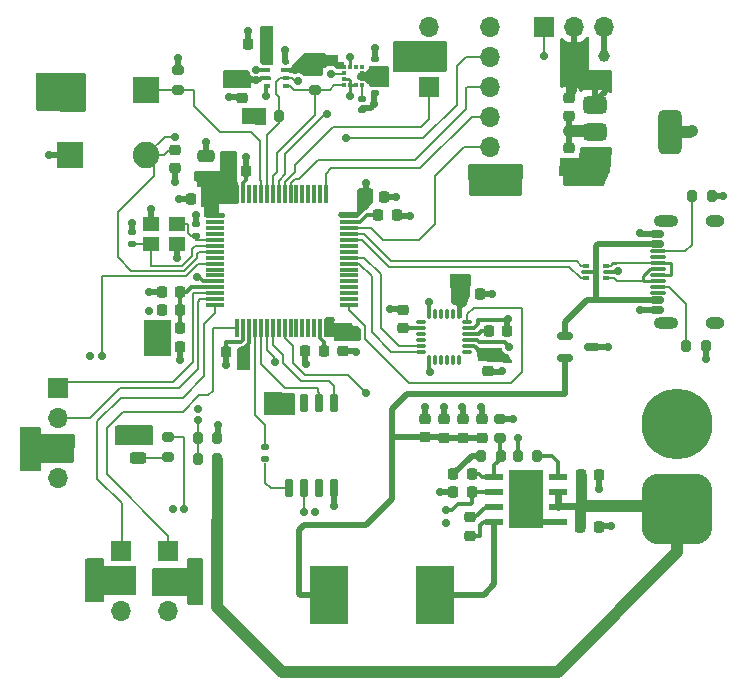
<source format=gbr>
%TF.GenerationSoftware,KiCad,Pcbnew,8.0.5*%
%TF.CreationDate,2024-09-26T23:28:09-07:00*%
%TF.ProjectId,STM32F405 Flight Controller,53544d33-3246-4343-9035-20466c696768,rev?*%
%TF.SameCoordinates,Original*%
%TF.FileFunction,Copper,L1,Top*%
%TF.FilePolarity,Positive*%
%FSLAX46Y46*%
G04 Gerber Fmt 4.6, Leading zero omitted, Abs format (unit mm)*
G04 Created by KiCad (PCBNEW 8.0.5) date 2024-09-26 23:28:09*
%MOMM*%
%LPD*%
G01*
G04 APERTURE LIST*
G04 Aperture macros list*
%AMRoundRect*
0 Rectangle with rounded corners*
0 $1 Rounding radius*
0 $2 $3 $4 $5 $6 $7 $8 $9 X,Y pos of 4 corners*
0 Add a 4 corners polygon primitive as box body*
4,1,4,$2,$3,$4,$5,$6,$7,$8,$9,$2,$3,0*
0 Add four circle primitives for the rounded corners*
1,1,$1+$1,$2,$3*
1,1,$1+$1,$4,$5*
1,1,$1+$1,$6,$7*
1,1,$1+$1,$8,$9*
0 Add four rect primitives between the rounded corners*
20,1,$1+$1,$2,$3,$4,$5,0*
20,1,$1+$1,$4,$5,$6,$7,0*
20,1,$1+$1,$6,$7,$8,$9,0*
20,1,$1+$1,$8,$9,$2,$3,0*%
G04 Aperture macros list end*
%TA.AperFunction,SMDPad,CuDef*%
%ADD10RoundRect,0.250000X0.475000X-0.250000X0.475000X0.250000X-0.475000X0.250000X-0.475000X-0.250000X0*%
%TD*%
%TA.AperFunction,SMDPad,CuDef*%
%ADD11RoundRect,0.150000X0.450000X-0.150000X0.450000X0.150000X-0.450000X0.150000X-0.450000X-0.150000X0*%
%TD*%
%TA.AperFunction,SMDPad,CuDef*%
%ADD12RoundRect,0.075000X0.575000X-0.075000X0.575000X0.075000X-0.575000X0.075000X-0.575000X-0.075000X0*%
%TD*%
%TA.AperFunction,ComponentPad*%
%ADD13O,2.100000X1.000000*%
%TD*%
%TA.AperFunction,ComponentPad*%
%ADD14O,1.600000X1.000000*%
%TD*%
%TA.AperFunction,SMDPad,CuDef*%
%ADD15R,0.350000X0.375000*%
%TD*%
%TA.AperFunction,SMDPad,CuDef*%
%ADD16R,0.375000X0.350000*%
%TD*%
%TA.AperFunction,SMDPad,CuDef*%
%ADD17RoundRect,0.225000X-0.250000X0.225000X-0.250000X-0.225000X0.250000X-0.225000X0.250000X0.225000X0*%
%TD*%
%TA.AperFunction,SMDPad,CuDef*%
%ADD18RoundRect,0.225000X0.225000X0.250000X-0.225000X0.250000X-0.225000X-0.250000X0.225000X-0.250000X0*%
%TD*%
%TA.AperFunction,SMDPad,CuDef*%
%ADD19RoundRect,0.200000X0.200000X0.275000X-0.200000X0.275000X-0.200000X-0.275000X0.200000X-0.275000X0*%
%TD*%
%TA.AperFunction,SMDPad,CuDef*%
%ADD20RoundRect,0.218750X-0.218750X-0.256250X0.218750X-0.256250X0.218750X0.256250X-0.218750X0.256250X0*%
%TD*%
%TA.AperFunction,SMDPad,CuDef*%
%ADD21RoundRect,0.200000X0.275000X-0.200000X0.275000X0.200000X-0.275000X0.200000X-0.275000X-0.200000X0*%
%TD*%
%TA.AperFunction,SMDPad,CuDef*%
%ADD22R,1.550000X0.600000*%
%TD*%
%TA.AperFunction,ComponentPad*%
%ADD23C,0.600000*%
%TD*%
%TA.AperFunction,SMDPad,CuDef*%
%ADD24R,2.950000X4.900000*%
%TD*%
%TA.AperFunction,ComponentPad*%
%ADD25R,2.250000X2.250000*%
%TD*%
%TA.AperFunction,ComponentPad*%
%ADD26C,2.250000*%
%TD*%
%TA.AperFunction,SMDPad,CuDef*%
%ADD27RoundRect,0.140000X0.170000X-0.140000X0.170000X0.140000X-0.170000X0.140000X-0.170000X-0.140000X0*%
%TD*%
%TA.AperFunction,SMDPad,CuDef*%
%ADD28RoundRect,0.140000X-0.170000X0.140000X-0.170000X-0.140000X0.170000X-0.140000X0.170000X0.140000X0*%
%TD*%
%TA.AperFunction,SMDPad,CuDef*%
%ADD29RoundRect,0.225000X-0.225000X-0.250000X0.225000X-0.250000X0.225000X0.250000X-0.225000X0.250000X0*%
%TD*%
%TA.AperFunction,SMDPad,CuDef*%
%ADD30RoundRect,0.075000X-0.700000X-0.075000X0.700000X-0.075000X0.700000X0.075000X-0.700000X0.075000X0*%
%TD*%
%TA.AperFunction,SMDPad,CuDef*%
%ADD31RoundRect,0.075000X-0.075000X-0.700000X0.075000X-0.700000X0.075000X0.700000X-0.075000X0.700000X0*%
%TD*%
%TA.AperFunction,SMDPad,CuDef*%
%ADD32RoundRect,0.093750X0.156250X0.093750X-0.156250X0.093750X-0.156250X-0.093750X0.156250X-0.093750X0*%
%TD*%
%TA.AperFunction,SMDPad,CuDef*%
%ADD33RoundRect,0.075000X0.250000X0.075000X-0.250000X0.075000X-0.250000X-0.075000X0.250000X-0.075000X0*%
%TD*%
%TA.AperFunction,SMDPad,CuDef*%
%ADD34RoundRect,0.135000X-0.185000X0.135000X-0.185000X-0.135000X0.185000X-0.135000X0.185000X0.135000X0*%
%TD*%
%TA.AperFunction,ComponentPad*%
%ADD35R,1.700000X1.700000*%
%TD*%
%TA.AperFunction,ComponentPad*%
%ADD36O,1.700000X1.700000*%
%TD*%
%TA.AperFunction,SMDPad,CuDef*%
%ADD37RoundRect,0.200000X-0.200000X-0.275000X0.200000X-0.275000X0.200000X0.275000X-0.200000X0.275000X0*%
%TD*%
%TA.AperFunction,SMDPad,CuDef*%
%ADD38RoundRect,0.150000X0.150000X-0.650000X0.150000X0.650000X-0.150000X0.650000X-0.150000X-0.650000X0*%
%TD*%
%TA.AperFunction,SMDPad,CuDef*%
%ADD39R,0.500000X0.350000*%
%TD*%
%TA.AperFunction,ComponentPad*%
%ADD40RoundRect,1.500000X1.500000X-1.500000X1.500000X1.500000X-1.500000X1.500000X-1.500000X-1.500000X0*%
%TD*%
%TA.AperFunction,ComponentPad*%
%ADD41C,6.000000*%
%TD*%
%TA.AperFunction,SMDPad,CuDef*%
%ADD42RoundRect,0.375000X-0.625000X-0.375000X0.625000X-0.375000X0.625000X0.375000X-0.625000X0.375000X0*%
%TD*%
%TA.AperFunction,SMDPad,CuDef*%
%ADD43RoundRect,0.500000X-0.500000X-1.400000X0.500000X-1.400000X0.500000X1.400000X-0.500000X1.400000X0*%
%TD*%
%TA.AperFunction,SMDPad,CuDef*%
%ADD44RoundRect,0.225000X0.250000X-0.225000X0.250000X0.225000X-0.250000X0.225000X-0.250000X-0.225000X0*%
%TD*%
%TA.AperFunction,SMDPad,CuDef*%
%ADD45R,3.175000X4.950000*%
%TD*%
%TA.AperFunction,SMDPad,CuDef*%
%ADD46R,1.400000X1.200000*%
%TD*%
%TA.AperFunction,SMDPad,CuDef*%
%ADD47RoundRect,0.243750X0.456250X-0.243750X0.456250X0.243750X-0.456250X0.243750X-0.456250X-0.243750X0*%
%TD*%
%TA.AperFunction,SMDPad,CuDef*%
%ADD48RoundRect,0.200000X-0.275000X0.200000X-0.275000X-0.200000X0.275000X-0.200000X0.275000X0.200000X0*%
%TD*%
%TA.AperFunction,SMDPad,CuDef*%
%ADD49RoundRect,0.150000X-0.512500X-0.150000X0.512500X-0.150000X0.512500X0.150000X-0.512500X0.150000X0*%
%TD*%
%TA.AperFunction,SMDPad,CuDef*%
%ADD50RoundRect,0.075000X0.075000X-0.350000X0.075000X0.350000X-0.075000X0.350000X-0.075000X-0.350000X0*%
%TD*%
%TA.AperFunction,SMDPad,CuDef*%
%ADD51RoundRect,0.075000X0.350000X0.075000X-0.350000X0.075000X-0.350000X-0.075000X0.350000X-0.075000X0*%
%TD*%
%TA.AperFunction,ViaPad*%
%ADD52C,0.700000*%
%TD*%
%TA.AperFunction,ViaPad*%
%ADD53C,1.000000*%
%TD*%
%TA.AperFunction,Conductor*%
%ADD54C,0.220000*%
%TD*%
%TA.AperFunction,Conductor*%
%ADD55C,0.500000*%
%TD*%
%TA.AperFunction,Conductor*%
%ADD56C,0.300000*%
%TD*%
%TA.AperFunction,Conductor*%
%ADD57C,0.200000*%
%TD*%
%TA.AperFunction,Conductor*%
%ADD58C,1.000000*%
%TD*%
%TA.AperFunction,Conductor*%
%ADD59C,0.900000*%
%TD*%
%TA.AperFunction,Conductor*%
%ADD60C,0.600000*%
%TD*%
%TA.AperFunction,Conductor*%
%ADD61C,0.350000*%
%TD*%
%TA.AperFunction,Conductor*%
%ADD62C,0.250000*%
%TD*%
G04 APERTURE END LIST*
D10*
%TO.P,C8,1*%
%TO.N,+3.3V*%
X143300000Y-76050000D03*
%TO.P,C8,2*%
%TO.N,GND*%
X143300000Y-74150000D03*
%TD*%
D11*
%TO.P,J1,A1,GND*%
%TO.N,GND*%
X181480000Y-87180000D03*
%TO.P,J1,A4,VBUS*%
%TO.N,+5V_VBUS*%
X181480000Y-86380000D03*
D12*
%TO.P,J1,A5,CC1*%
%TO.N,Net-(J1-CC1)*%
X181580000Y-85230000D03*
%TO.P,J1,A6,D+*%
%TO.N,USB_C_D_P*%
X181580000Y-84230000D03*
%TO.P,J1,A7,D-*%
%TO.N,USB_C_D_N*%
X181580000Y-83730000D03*
%TO.P,J1,A8,SBU1*%
%TO.N,unconnected-(J1-SBU1-PadA8)*%
X181580000Y-82730000D03*
D11*
%TO.P,J1,A9,VBUS*%
%TO.N,+5V_VBUS*%
X181480000Y-81580000D03*
%TO.P,J1,A12,GND*%
%TO.N,GND*%
X181480000Y-80780000D03*
%TO.P,J1,B1,GND*%
X181480000Y-80780000D03*
%TO.P,J1,B4,VBUS*%
%TO.N,+5V_VBUS*%
X181480000Y-81580000D03*
D12*
%TO.P,J1,B5,CC2*%
%TO.N,Net-(J1-CC2)*%
X181580000Y-82230000D03*
%TO.P,J1,B6,D+*%
%TO.N,USB_C_D_P*%
X181580000Y-83230000D03*
%TO.P,J1,B7,D-*%
%TO.N,USB_C_D_N*%
X181580000Y-84730000D03*
%TO.P,J1,B8,SBU2*%
%TO.N,unconnected-(J1-SBU2-PadB8)*%
X181580000Y-85730000D03*
D11*
%TO.P,J1,B9,VBUS*%
%TO.N,+5V_VBUS*%
X181480000Y-86380000D03*
%TO.P,J1,B12,GND*%
%TO.N,GND*%
X181480000Y-87180000D03*
D13*
%TO.P,J1,S1,SHIELD*%
%TO.N,unconnected-(J1-SHIELD-PadS1)_1*%
X182220000Y-88300000D03*
D14*
%TO.N,unconnected-(J1-SHIELD-PadS1)_2*%
X186400000Y-88300000D03*
D13*
%TO.N,unconnected-(J1-SHIELD-PadS1)*%
X182220000Y-79660000D03*
D14*
%TO.N,unconnected-(J1-SHIELD-PadS1)_3*%
X186400000Y-79660000D03*
%TD*%
D15*
%TO.P,U5,1,SCL/SPC*%
%TO.N,SCL*%
X154960000Y-68170000D03*
%TO.P,U5,2,GND*%
%TO.N,GND*%
X155460000Y-68170000D03*
%TO.P,U5,3,GND*%
X155960000Y-68170000D03*
%TO.P,U5,4,C1*%
%TO.N,Net-(U5-C1)*%
X156460000Y-68170000D03*
D16*
%TO.P,U5,5,Vdd*%
%TO.N,+3.3V*%
X156472500Y-67657500D03*
%TO.P,U5,6,Vdd_IO*%
X156472500Y-67157500D03*
D15*
%TO.P,U5,7,INT*%
%TO.N,unconnected-(U5-INT-Pad7)*%
X156460000Y-66645000D03*
%TO.P,U5,8,DRDY*%
%TO.N,unconnected-(U5-DRDY-Pad8)*%
X155960000Y-66645000D03*
%TO.P,U5,9,SDO/SA1*%
%TO.N,GND*%
X155460000Y-66645000D03*
%TO.P,U5,10,~{CS}*%
%TO.N,+3.3V*%
X154960000Y-66645000D03*
D16*
%TO.P,U5,11,SDA/SDI/SDO*%
%TO.N,SDA*%
X154947500Y-67157500D03*
%TO.P,U5,12,GND*%
%TO.N,GND*%
X154947500Y-67657500D03*
%TD*%
D17*
%TO.P,C34,1*%
%TO.N,GND*%
X159980000Y-87170000D03*
%TO.P,C34,2*%
%TO.N,Net-(U2-CPOUT)*%
X159980000Y-88720000D03*
%TD*%
%TO.P,C5,1*%
%TO.N,+3.3V*%
X154879750Y-89095500D03*
%TO.P,C5,2*%
%TO.N,GND*%
X154879750Y-90645500D03*
%TD*%
D18*
%TO.P,C33,1*%
%TO.N,GND*%
X168805000Y-89000000D03*
%TO.P,C33,2*%
%TO.N,Net-(U2-REGOUT)*%
X167255000Y-89000000D03*
%TD*%
%TO.P,C9,1*%
%TO.N,Net-(U1-VDDA)*%
X141094554Y-85622298D03*
%TO.P,C9,2*%
%TO.N,GND*%
X139544554Y-85622298D03*
%TD*%
%TO.P,C19,1*%
%TO.N,Net-(U7-FB)*%
X165786748Y-101090892D03*
%TO.P,C19,2*%
%TO.N,+5V_BATT*%
X164236748Y-101090892D03*
%TD*%
D19*
%TO.P,R4,1*%
%TO.N,Net-(U7-PG)*%
X171325000Y-99555000D03*
%TO.P,R4,2*%
%TO.N,Net-(U7-VCC)*%
X169675000Y-99555000D03*
%TD*%
D20*
%TO.P,FB1,1*%
%TO.N,+3.3V*%
X139519500Y-88729250D03*
%TO.P,FB1,2*%
%TO.N,Net-(U1-VDDA)*%
X141094500Y-88729250D03*
%TD*%
D21*
%TO.P,R9,1*%
%TO.N,Net-(D3-K)*%
X140045000Y-99600000D03*
%TO.P,R9,2*%
%TO.N,Net-(U1-PC5)*%
X140045000Y-97950000D03*
%TD*%
D22*
%TO.P,U7,1,GND*%
%TO.N,GND*%
X173100000Y-105105000D03*
%TO.P,U7,2,VIN*%
%TO.N,+BATT*%
X173100000Y-103835000D03*
%TO.P,U7,3,EN*%
X173100000Y-102565000D03*
%TO.P,U7,4,PG*%
%TO.N,Net-(U7-PG)*%
X173100000Y-101295000D03*
%TO.P,U7,5,FB*%
%TO.N,Net-(U7-FB)*%
X167700000Y-101295000D03*
%TO.P,U7,6,VCC*%
%TO.N,Net-(U7-VCC)*%
X167700000Y-102565000D03*
%TO.P,U7,7,BOOT*%
%TO.N,Net-(U7-BOOT)*%
X167700000Y-103835000D03*
%TO.P,U7,8,SW*%
%TO.N,Net-(U7-SW)*%
X167700000Y-105105000D03*
D23*
%TO.P,U7,9,GND*%
%TO.N,GND*%
X171050000Y-105150000D03*
X171050000Y-103850000D03*
X171050000Y-102550000D03*
X171050000Y-101250000D03*
D24*
X170400000Y-103200000D03*
D23*
X169750000Y-105150000D03*
X169750000Y-103850000D03*
X169750000Y-102550000D03*
X169750000Y-101250000D03*
%TD*%
D25*
%TO.P,SW2,1,1*%
%TO.N,GND*%
X131750000Y-74100000D03*
D26*
%TO.P,SW2,2,2*%
%TO.N,NRST*%
X138250000Y-74100000D03*
%TD*%
D27*
%TO.P,C14,1*%
%TO.N,+3.3V*%
X157557500Y-66895000D03*
%TO.P,C14,2*%
%TO.N,GND*%
X157557500Y-65935000D03*
%TD*%
D17*
%TO.P,C25,1*%
%TO.N,GND*%
X174050000Y-73444788D03*
%TO.P,C25,2*%
%TO.N,+3.3V*%
X174050000Y-74994788D03*
%TD*%
D28*
%TO.P,C29,1*%
%TO.N,GND*%
X142400000Y-79920000D03*
%TO.P,C29,2*%
%TO.N,Net-(U1-PH0)*%
X142400000Y-80880000D03*
%TD*%
D18*
%TO.P,C17,1*%
%TO.N,Net-(U7-VCC)*%
X165785000Y-102635000D03*
%TO.P,C17,2*%
%TO.N,GND*%
X164235000Y-102635000D03*
%TD*%
%TO.P,C2,1*%
%TO.N,+3.3V*%
X148400000Y-64700000D03*
%TO.P,C2,2*%
%TO.N,GND*%
X146850000Y-64700000D03*
%TD*%
D29*
%TO.P,C15,1*%
%TO.N,+BATT*%
X174982962Y-105546201D03*
%TO.P,C15,2*%
%TO.N,GND*%
X176532962Y-105546201D03*
%TD*%
D30*
%TO.P,U1,1,VBAT*%
%TO.N,+3.3V*%
X144019000Y-79258500D03*
%TO.P,U1,2,PC13*%
%TO.N,unconnected-(U1-PC13-Pad2)*%
X144019000Y-79758500D03*
%TO.P,U1,3,PC14*%
%TO.N,unconnected-(U1-PC14-Pad3)*%
X144019000Y-80258500D03*
%TO.P,U1,4,PC15*%
%TO.N,unconnected-(U1-PC15-Pad4)*%
X144019000Y-80758500D03*
%TO.P,U1,5,PH0*%
%TO.N,Net-(U1-PH0)*%
X144019000Y-81258500D03*
%TO.P,U1,6,PH1*%
%TO.N,Net-(U1-PH1)*%
X144019000Y-81758500D03*
%TO.P,U1,7,NRST*%
%TO.N,NRST*%
X144019000Y-82258500D03*
%TO.P,U1,8,PC0*%
%TO.N,unconnected-(U1-PC0-Pad8)*%
X144019000Y-82758500D03*
%TO.P,U1,9,PC1*%
%TO.N,BATT_SENSE*%
X144019000Y-83258500D03*
%TO.P,U1,10,PC2*%
%TO.N,unconnected-(U1-PC2-Pad10)*%
X144019000Y-83758500D03*
%TO.P,U1,11,PC3*%
%TO.N,unconnected-(U1-PC3-Pad11)*%
X144019000Y-84258500D03*
%TO.P,U1,12,VSSA*%
%TO.N,GND*%
X144019000Y-84758500D03*
%TO.P,U1,13,VDDA*%
%TO.N,Net-(U1-VDDA)*%
X144019000Y-85258500D03*
%TO.P,U1,14,PA0*%
%TO.N,UART1_TX*%
X144019000Y-85758500D03*
%TO.P,U1,15,PA1*%
%TO.N,UART1_RX*%
X144019000Y-86258500D03*
%TO.P,U1,16,PA2*%
%TO.N,ESC_1*%
X144019000Y-86758500D03*
D31*
%TO.P,U1,17,PA3*%
%TO.N,ESC_2*%
X145944000Y-88683500D03*
%TO.P,U1,18,VSS*%
%TO.N,GND*%
X146444000Y-88683500D03*
%TO.P,U1,19,VDD*%
%TO.N,+3.3V*%
X146944000Y-88683500D03*
%TO.P,U1,20,PA4*%
%TO.N,FLASH_CS*%
X147444000Y-88683500D03*
%TO.P,U1,21,PA5*%
%TO.N,SCK*%
X147944000Y-88683500D03*
%TO.P,U1,22,PA6*%
%TO.N,MISO*%
X148444000Y-88683500D03*
%TO.P,U1,23,PA7*%
%TO.N,MOSI*%
X148944000Y-88683500D03*
%TO.P,U1,24,PC4*%
%TO.N,unconnected-(U1-PC4-Pad24)*%
X149444000Y-88683500D03*
%TO.P,U1,25,PC5*%
%TO.N,Net-(U1-PC5)*%
X149944000Y-88683500D03*
%TO.P,U1,26,PB0*%
%TO.N,unconnected-(U1-PB0-Pad26)*%
X150444000Y-88683500D03*
%TO.P,U1,27,PB1*%
%TO.N,unconnected-(U1-PB1-Pad27)*%
X150944000Y-88683500D03*
%TO.P,U1,28,PB2*%
%TO.N,unconnected-(U1-PB2-Pad28)*%
X151444000Y-88683500D03*
%TO.P,U1,29,PB10*%
%TO.N,unconnected-(U1-PB10-Pad29)*%
X151944000Y-88683500D03*
%TO.P,U1,30,PB11*%
%TO.N,unconnected-(U1-PB11-Pad30)*%
X152444000Y-88683500D03*
%TO.P,U1,31,VCAP_1*%
%TO.N,Net-(U1-VCAP_1)*%
X152944000Y-88683500D03*
%TO.P,U1,32,VDD*%
%TO.N,+3.3V*%
X153444000Y-88683500D03*
D30*
%TO.P,U1,33,PB12*%
%TO.N,IMU_INT*%
X155369000Y-86758500D03*
%TO.P,U1,34,PB13*%
%TO.N,unconnected-(U1-PB13-Pad34)*%
X155369000Y-86258500D03*
%TO.P,U1,35,PB14*%
%TO.N,unconnected-(U1-PB14-Pad35)*%
X155369000Y-85758500D03*
%TO.P,U1,36,PB15*%
%TO.N,unconnected-(U1-PB15-Pad36)*%
X155369000Y-85258500D03*
%TO.P,U1,37,PC6*%
%TO.N,unconnected-(U1-PC6-Pad37)*%
X155369000Y-84758500D03*
%TO.P,U1,38,PC7*%
%TO.N,unconnected-(U1-PC7-Pad38)*%
X155369000Y-84258500D03*
%TO.P,U1,39,PC8*%
%TO.N,unconnected-(U1-PC8-Pad39)*%
X155369000Y-83758500D03*
%TO.P,U1,40,PC9*%
%TO.N,MPU_SDA*%
X155369000Y-83258500D03*
%TO.P,U1,41,PA8*%
%TO.N,MPU_SCL*%
X155369000Y-82758500D03*
%TO.P,U1,42,PA9*%
%TO.N,unconnected-(U1-PA9-Pad42)*%
X155369000Y-82258500D03*
%TO.P,U1,43,PA10*%
%TO.N,unconnected-(U1-PA10-Pad43)*%
X155369000Y-81758500D03*
%TO.P,U1,44,PA11*%
%TO.N,USB_C_D_N*%
X155369000Y-81258500D03*
%TO.P,U1,45,PA12*%
%TO.N,USB_C_D_P*%
X155369000Y-80758500D03*
%TO.P,U1,46,PA13*%
%TO.N,SWDIO*%
X155369000Y-80258500D03*
%TO.P,U1,47,VCAP_2*%
%TO.N,Net-(U1-VCAP_2)*%
X155369000Y-79758500D03*
%TO.P,U1,48,VDD*%
%TO.N,+3.3V*%
X155369000Y-79258500D03*
D31*
%TO.P,U1,49,PA14*%
%TO.N,SWCLK*%
X153444000Y-77333500D03*
%TO.P,U1,50,PA15*%
%TO.N,unconnected-(U1-PA15-Pad50)*%
X152944000Y-77333500D03*
%TO.P,U1,51,PC10*%
%TO.N,unconnected-(U1-PC10-Pad51)*%
X152444000Y-77333500D03*
%TO.P,U1,52,PC11*%
%TO.N,unconnected-(U1-PC11-Pad52)*%
X151944000Y-77333500D03*
%TO.P,U1,53,PC12*%
%TO.N,unconnected-(U1-PC12-Pad53)*%
X151444000Y-77333500D03*
%TO.P,U1,54,PD2*%
%TO.N,unconnected-(U1-PD2-Pad54)*%
X150944000Y-77333500D03*
%TO.P,U1,55,PB3*%
%TO.N,SWO*%
X150444000Y-77333500D03*
%TO.P,U1,56,PB4*%
%TO.N,ESC_3*%
X149944000Y-77333500D03*
%TO.P,U1,57,PB5*%
%TO.N,ESC_4*%
X149444000Y-77333500D03*
%TO.P,U1,58,PB6*%
%TO.N,SCL*%
X148944000Y-77333500D03*
%TO.P,U1,59,PB7*%
%TO.N,SDA*%
X148444000Y-77333500D03*
%TO.P,U1,60,BOOT0*%
%TO.N,BOOT0*%
X147944000Y-77333500D03*
%TO.P,U1,61,PB8*%
%TO.N,unconnected-(U1-PB8-Pad61)*%
X147444000Y-77333500D03*
%TO.P,U1,62,PB9*%
%TO.N,unconnected-(U1-PB9-Pad62)*%
X146944000Y-77333500D03*
%TO.P,U1,63,VSS*%
%TO.N,GND*%
X146444000Y-77333500D03*
%TO.P,U1,64,VDD*%
%TO.N,+3.3V*%
X145944000Y-77333500D03*
%TD*%
D18*
%TO.P,C26,1*%
%TO.N,Net-(U1-VCAP_1)*%
X153260000Y-90620000D03*
%TO.P,C26,2*%
%TO.N,GND*%
X151710000Y-90620000D03*
%TD*%
D32*
%TO.P,D1,6,L1*%
%TO.N,USB_C_D_N*%
X175447119Y-84500000D03*
D33*
%TO.P,D1,5,VP*%
%TO.N,+5V_VBUS*%
X175372119Y-83962500D03*
D32*
%TO.P,D1,4,L2*%
%TO.N,USB_C_D_P*%
X175447119Y-83425000D03*
%TO.P,D1,3,L2*%
X177147119Y-83425000D03*
D33*
%TO.P,D1,2,VN*%
%TO.N,GND*%
X177222119Y-83962500D03*
D32*
%TO.P,D1,1,L1*%
%TO.N,USB_C_D_N*%
X177147119Y-84500000D03*
%TD*%
D34*
%TO.P,R12,1*%
%TO.N,FLASH_CS*%
X148300000Y-98790000D03*
%TO.P,R12,2*%
%TO.N,Net-(U8-~{CS})*%
X148300000Y-99810000D03*
%TD*%
D35*
%TO.P,J3,1,Pin_1*%
%TO.N,ESC_1*%
X136075000Y-107600000D03*
D36*
%TO.P,J3,2,Pin_2*%
%TO.N,+5V*%
X136075000Y-110140000D03*
%TO.P,J3,3,Pin_3*%
%TO.N,GND*%
X136075000Y-112680000D03*
%TD*%
D37*
%TO.P,R5,1*%
%TO.N,+5V_BATT*%
X166575000Y-99535000D03*
%TO.P,R5,2*%
%TO.N,Net-(U7-FB)*%
X168225000Y-99535000D03*
%TD*%
D38*
%TO.P,U8,1,~{CS}*%
%TO.N,Net-(U8-~{CS})*%
X150295000Y-102300000D03*
%TO.P,U8,2,DO(IO1)*%
%TO.N,MISO*%
X151565000Y-102300000D03*
%TO.P,U8,3,IO2*%
%TO.N,unconnected-(U8-IO2-Pad3)*%
X152835000Y-102300000D03*
%TO.P,U8,4,GND*%
%TO.N,GND*%
X154105000Y-102300000D03*
%TO.P,U8,5,DI(IO0)*%
%TO.N,MOSI*%
X154105000Y-95100000D03*
%TO.P,U8,6,CLK*%
%TO.N,SCK*%
X152835000Y-95100000D03*
%TO.P,U8,7,IO3*%
%TO.N,unconnected-(U8-IO3-Pad7)*%
X151565000Y-95100000D03*
%TO.P,U8,8,VCC*%
%TO.N,+3.3V*%
X150295000Y-95100000D03*
%TD*%
D28*
%TO.P,C12,1*%
%TO.N,Net-(U5-C1)*%
X156500000Y-69320000D03*
%TO.P,C12,2*%
%TO.N,GND*%
X156500000Y-70280000D03*
%TD*%
D37*
%TO.P,R2,1*%
%TO.N,Net-(J1-CC2)*%
X184440000Y-77560000D03*
%TO.P,R2,2*%
%TO.N,GND*%
X186090000Y-77560000D03*
%TD*%
D17*
%TO.P,C1,1*%
%TO.N,+3.3V*%
X146300000Y-67650000D03*
%TO.P,C1,2*%
%TO.N,GND*%
X146300000Y-69200000D03*
%TD*%
D39*
%TO.P,U3,1,GND*%
%TO.N,GND*%
X150020000Y-66230000D03*
%TO.P,U3,2,CSB*%
%TO.N,+3.3V*%
X150020000Y-66880000D03*
%TO.P,U3,3,SDI*%
%TO.N,SDA*%
X150020000Y-67530000D03*
%TO.P,U3,4,SCK*%
%TO.N,SCL*%
X150020000Y-68180000D03*
%TO.P,U3,5,SDO*%
%TO.N,GND*%
X148420000Y-68180000D03*
%TO.P,U3,6,VDDIO*%
%TO.N,+3.3V*%
X148420000Y-67530000D03*
%TO.P,U3,7,GND*%
%TO.N,GND*%
X148420000Y-66880000D03*
%TO.P,U3,8,VDD*%
%TO.N,+3.3V*%
X148420000Y-66230000D03*
%TD*%
D29*
%TO.P,C32,1*%
%TO.N,+3.3V*%
X164927887Y-85816283D03*
%TO.P,C32,2*%
%TO.N,GND*%
X166477887Y-85816283D03*
%TD*%
D18*
%TO.P,C10,1*%
%TO.N,Net-(U1-VDDA)*%
X141089500Y-87179250D03*
%TO.P,C10,2*%
%TO.N,GND*%
X139539500Y-87179250D03*
%TD*%
%TO.P,C7,1*%
%TO.N,+3.3V*%
X143600000Y-77800000D03*
%TO.P,C7,2*%
%TO.N,GND*%
X142050000Y-77800000D03*
%TD*%
D17*
%TO.P,C22,1*%
%TO.N,GND*%
X165018318Y-96440000D03*
%TO.P,C22,2*%
%TO.N,+5V_BATT*%
X165018318Y-97990000D03*
%TD*%
D40*
%TO.P,J2,1,Pin_1*%
%TO.N,+BATT*%
X183200000Y-104000000D03*
D41*
%TO.P,J2,2,Pin_2*%
%TO.N,GND*%
X183200000Y-96800000D03*
%TD*%
D19*
%TO.P,R10,1*%
%TO.N,+BATT*%
X144235000Y-99808000D03*
%TO.P,R10,2*%
%TO.N,BATT_SENSE*%
X142585000Y-99808000D03*
%TD*%
D18*
%TO.P,C6,1*%
%TO.N,+3.3V*%
X146500000Y-90765750D03*
%TO.P,C6,2*%
%TO.N,GND*%
X144950000Y-90765750D03*
%TD*%
D29*
%TO.P,C11,1*%
%TO.N,+3.3V*%
X139550000Y-90300000D03*
%TO.P,C11,2*%
%TO.N,GND*%
X141100000Y-90300000D03*
%TD*%
D17*
%TO.P,C23,1*%
%TO.N,GND*%
X166618318Y-96440000D03*
%TO.P,C23,2*%
%TO.N,+5V_BATT*%
X166618318Y-97990000D03*
%TD*%
%TO.P,C20,1*%
%TO.N,GND*%
X161818318Y-96415000D03*
%TO.P,C20,2*%
%TO.N,+5V_BATT*%
X161818318Y-97965000D03*
%TD*%
D42*
%TO.P,U4,1,VI*%
%TO.N,+5V*%
X176250000Y-69800000D03*
%TO.P,U4,2,GND*%
%TO.N,GND*%
X176250000Y-72100000D03*
D43*
X182550000Y-72100000D03*
D42*
%TO.P,U4,3,VO*%
%TO.N,+3.3V*%
X176250000Y-74400000D03*
%TD*%
D37*
%TO.P,R8,1*%
%TO.N,+3.3V*%
X147850000Y-70800000D03*
%TO.P,R8,2*%
%TO.N,SDA*%
X149500000Y-70800000D03*
%TD*%
D44*
%TO.P,C31,1*%
%TO.N,GND*%
X167200000Y-92375000D03*
%TO.P,C31,2*%
%TO.N,+3.3V*%
X167200000Y-90825000D03*
%TD*%
D35*
%TO.P,J7,1,Pin_1*%
%TO.N,+3.3V*%
X167300000Y-75900000D03*
D36*
%TO.P,J7,2,Pin_2*%
%TO.N,SWDIO*%
X167300000Y-73360000D03*
%TO.P,J7,3,Pin_3*%
%TO.N,SWCLK*%
X167300000Y-70820000D03*
%TO.P,J7,4,Pin_4*%
%TO.N,SWO*%
X167300000Y-68280000D03*
%TO.P,J7,5,Pin_5*%
%TO.N,NRST*%
X167300000Y-65740000D03*
%TO.P,J7,6,Pin_6*%
%TO.N,GND*%
X167300000Y-63200000D03*
%TD*%
D35*
%TO.P,J4,1,Pin_1*%
%TO.N,ESC_2*%
X140100000Y-107625000D03*
D36*
%TO.P,J4,2,Pin_2*%
%TO.N,+5V*%
X140100000Y-110165000D03*
%TO.P,J4,3,Pin_3*%
%TO.N,GND*%
X140100000Y-112705000D03*
%TD*%
D35*
%TO.P,J5,1,Pin_1*%
%TO.N,ESC_3*%
X162200000Y-68300000D03*
D36*
%TO.P,J5,2,Pin_2*%
%TO.N,+5V*%
X162200000Y-65760000D03*
%TO.P,J5,3,Pin_3*%
%TO.N,GND*%
X162200000Y-63220000D03*
%TD*%
D45*
%TO.P,L1,1,1*%
%TO.N,Net-(U7-SW)*%
X162707500Y-111300000D03*
%TO.P,L1,2,2*%
%TO.N,+5V_BATT*%
X153692500Y-111300000D03*
%TD*%
D44*
%TO.P,C28,1*%
%TO.N,GND*%
X140700000Y-75200000D03*
%TO.P,C28,2*%
%TO.N,NRST*%
X140700000Y-73650000D03*
%TD*%
D35*
%TO.P,U6,1,TX*%
%TO.N,UART1_TX*%
X130800000Y-93820000D03*
D36*
%TO.P,U6,2,RX*%
%TO.N,UART1_RX*%
X130800000Y-96360000D03*
%TO.P,U6,3,5V*%
%TO.N,+5V*%
X130800000Y-98900000D03*
%TO.P,U6,4,GND*%
%TO.N,GND*%
X130800000Y-101440000D03*
%TD*%
D46*
%TO.P,Y1,1,1*%
%TO.N,Net-(U1-PH0)*%
X140800000Y-79900000D03*
%TO.P,Y1,2,2*%
%TO.N,GND*%
X138600000Y-79900000D03*
%TO.P,Y1,3,3*%
%TO.N,Net-(U1-PH1)*%
X138600000Y-81600000D03*
%TO.P,Y1,4,4*%
%TO.N,GND*%
X140800000Y-81600000D03*
%TD*%
D47*
%TO.P,D3,1,K*%
%TO.N,Net-(D3-K)*%
X137505000Y-99712500D03*
%TO.P,D3,2,A*%
%TO.N,+3.3V*%
X137505000Y-97837500D03*
%TD*%
D28*
%TO.P,C30,1*%
%TO.N,GND*%
X137000000Y-80620000D03*
%TO.P,C30,2*%
%TO.N,Net-(U1-PH1)*%
X137000000Y-81580000D03*
%TD*%
D37*
%TO.P,R1,1*%
%TO.N,Net-(J1-CC1)*%
X183965000Y-90220000D03*
%TO.P,R1,2*%
%TO.N,GND*%
X185615000Y-90220000D03*
%TD*%
D21*
%TO.P,R6,1*%
%TO.N,Net-(U7-FB)*%
X168200000Y-98060000D03*
%TO.P,R6,2*%
%TO.N,GND*%
X168200000Y-96410000D03*
%TD*%
D29*
%TO.P,C3,1*%
%TO.N,+3.3V*%
X145150000Y-75400000D03*
%TO.P,C3,2*%
%TO.N,GND*%
X146700000Y-75400000D03*
%TD*%
D25*
%TO.P,SW1,1,1*%
%TO.N,BOOT0*%
X138200000Y-68600000D03*
D26*
%TO.P,SW1,2,2*%
%TO.N,+3.3V*%
X131700000Y-68600000D03*
%TD*%
D17*
%TO.P,C18,1*%
%TO.N,Net-(U7-BOOT)*%
X165628750Y-104731250D03*
%TO.P,C18,2*%
%TO.N,Net-(U7-SW)*%
X165628750Y-106281250D03*
%TD*%
D29*
%TO.P,C4,1*%
%TO.N,+3.3V*%
X156805000Y-77580000D03*
%TO.P,C4,2*%
%TO.N,GND*%
X158355000Y-77580000D03*
%TD*%
%TO.P,C27,1*%
%TO.N,Net-(U1-VCAP_2)*%
X157885000Y-79180000D03*
%TO.P,C27,2*%
%TO.N,GND*%
X159435000Y-79180000D03*
%TD*%
D48*
%TO.P,R7,1*%
%TO.N,+3.3V*%
X152500000Y-66875000D03*
%TO.P,R7,2*%
%TO.N,SCL*%
X152500000Y-68525000D03*
%TD*%
D49*
%TO.P,D2,1,A2*%
%TO.N,+5V_VBUS*%
X173675000Y-89350000D03*
%TO.P,D2,2,A1*%
%TO.N,+5V_BATT*%
X173675000Y-91250000D03*
%TO.P,D2,3,K*%
%TO.N,+5V*%
X175950000Y-90300000D03*
%TD*%
D37*
%TO.P,R11,1*%
%TO.N,BATT_SENSE*%
X142585000Y-98030000D03*
%TO.P,R11,2*%
%TO.N,GND*%
X144235000Y-98030000D03*
%TD*%
D44*
%TO.P,C24,1*%
%TO.N,GND*%
X174050000Y-70775000D03*
%TO.P,C24,2*%
%TO.N,+5V*%
X174050000Y-69225000D03*
%TD*%
D17*
%TO.P,C21,1*%
%TO.N,GND*%
X163418318Y-96440000D03*
%TO.P,C21,2*%
%TO.N,+5V_BATT*%
X163418318Y-97990000D03*
%TD*%
D48*
%TO.P,R3,1*%
%TO.N,GND*%
X140900000Y-66875000D03*
%TO.P,R3,2*%
%TO.N,BOOT0*%
X140900000Y-68525000D03*
%TD*%
D29*
%TO.P,C16,1*%
%TO.N,+BATT*%
X174997897Y-101188032D03*
%TO.P,C16,2*%
%TO.N,GND*%
X176547897Y-101188032D03*
%TD*%
D50*
%TO.P,U2,1,CLKIN*%
%TO.N,GND*%
X162210000Y-91420000D03*
%TO.P,U2,2,NC*%
%TO.N,unconnected-(U2-NC-Pad2)*%
X162710000Y-91420000D03*
%TO.P,U2,3,NC*%
%TO.N,unconnected-(U2-NC-Pad3)*%
X163210000Y-91420000D03*
%TO.P,U2,4,NC*%
%TO.N,unconnected-(U2-NC-Pad4)*%
X163710000Y-91420000D03*
%TO.P,U2,5,NC*%
%TO.N,unconnected-(U2-NC-Pad5)*%
X164210000Y-91420000D03*
%TO.P,U2,6,AUX_DA*%
%TO.N,unconnected-(U2-AUX_DA-Pad6)*%
X164710000Y-91420000D03*
D51*
%TO.P,U2,7,AUX_CL*%
%TO.N,unconnected-(U2-AUX_CL-Pad7)*%
X165410000Y-90720000D03*
%TO.P,U2,8,VLOGIC*%
%TO.N,+3.3V*%
X165410000Y-90220000D03*
%TO.P,U2,9,AD0*%
%TO.N,GND*%
X165410000Y-89720000D03*
%TO.P,U2,10,REGOUT*%
%TO.N,Net-(U2-REGOUT)*%
X165410000Y-89220000D03*
%TO.P,U2,11,FSYNC*%
%TO.N,GND*%
X165410000Y-88720000D03*
%TO.P,U2,12,INT*%
%TO.N,IMU_INT*%
X165410000Y-88220000D03*
D50*
%TO.P,U2,13,VDD*%
%TO.N,+3.3V*%
X164710000Y-87520000D03*
%TO.P,U2,14,NC*%
%TO.N,unconnected-(U2-NC-Pad14)*%
X164210000Y-87520000D03*
%TO.P,U2,15,NC*%
%TO.N,unconnected-(U2-NC-Pad15)*%
X163710000Y-87520000D03*
%TO.P,U2,16,NC*%
%TO.N,unconnected-(U2-NC-Pad16)*%
X163210000Y-87520000D03*
%TO.P,U2,17,NC*%
%TO.N,unconnected-(U2-NC-Pad17)*%
X162710000Y-87520000D03*
%TO.P,U2,18,GND*%
%TO.N,GND*%
X162210000Y-87520000D03*
D51*
%TO.P,U2,19,RESV*%
%TO.N,unconnected-(U2-RESV-Pad19)*%
X161510000Y-88220000D03*
%TO.P,U2,20,CPOUT*%
%TO.N,Net-(U2-CPOUT)*%
X161510000Y-88720000D03*
%TO.P,U2,21,RESV*%
%TO.N,unconnected-(U2-RESV-Pad21)*%
X161510000Y-89220000D03*
%TO.P,U2,22,RESV*%
%TO.N,unconnected-(U2-RESV-Pad22)*%
X161510000Y-89720000D03*
%TO.P,U2,23,SCL*%
%TO.N,MPU_SCL*%
X161510000Y-90220000D03*
%TO.P,U2,24,SDA*%
%TO.N,MPU_SDA*%
X161510000Y-90720000D03*
%TD*%
D35*
%TO.P,J6,1,Pin_1*%
%TO.N,ESC_4*%
X171920000Y-63200000D03*
D36*
%TO.P,J6,2,Pin_2*%
%TO.N,+5V*%
X174460000Y-63200000D03*
%TO.P,J6,3,Pin_3*%
%TO.N,GND*%
X177000000Y-63200000D03*
%TD*%
D28*
%TO.P,C13,1*%
%TO.N,+3.3V*%
X157557500Y-67885000D03*
%TO.P,C13,2*%
%TO.N,GND*%
X157557500Y-68845000D03*
%TD*%
D52*
%TO.N,GND*%
X146683660Y-74224580D03*
X143300000Y-73000000D03*
X180050000Y-80650000D03*
%TO.N,+3.3V*%
X146800000Y-70700000D03*
X174050000Y-76200000D03*
X146509000Y-91843250D03*
X168575000Y-91225000D03*
X129800000Y-68100000D03*
X148361763Y-63630000D03*
X155955750Y-89120000D03*
X148800000Y-95300000D03*
X169500000Y-76300000D03*
X164300000Y-84700000D03*
X138460250Y-90329250D03*
X152069553Y-65821343D03*
X145230000Y-67660237D03*
X158400000Y-67800000D03*
X156800000Y-76400000D03*
X145200000Y-74200000D03*
X136120048Y-97840097D03*
%TO.N,Net-(U7-VCC)*%
X169700000Y-98035000D03*
X163600000Y-104135000D03*
D53*
%TO.N,+5V*%
X159900000Y-65000000D03*
X177050000Y-67900000D03*
X133750000Y-110125000D03*
X128500000Y-98900000D03*
D52*
X177300000Y-90300000D03*
D53*
X142475000Y-111475000D03*
D52*
%TO.N,NRST*%
X140700000Y-72500000D03*
X155100000Y-72600000D03*
%TO.N,ESC_4*%
X153500000Y-70600000D03*
X171920000Y-65700000D03*
D53*
%TO.N,GND*%
X174043517Y-71998576D03*
D52*
X163400000Y-95406574D03*
X151713000Y-91737500D03*
D53*
X177000000Y-65700000D03*
D52*
X163110000Y-102635000D03*
X178187119Y-83915000D03*
X140700000Y-76325000D03*
X141124500Y-91434000D03*
X157557500Y-64965000D03*
X148400000Y-69100000D03*
X167523237Y-85860000D03*
X166571981Y-95362569D03*
X162223237Y-92460000D03*
X164985159Y-95380787D03*
X140965500Y-77800000D03*
X138464500Y-85659250D03*
X156005750Y-90750000D03*
X142500000Y-84400000D03*
X147561970Y-66830046D03*
X176600000Y-102339854D03*
X157527500Y-69770039D03*
X155462915Y-65747224D03*
X155471551Y-69062240D03*
X144285000Y-96908000D03*
X159395116Y-77580000D03*
X137000000Y-79800000D03*
X168950000Y-90300000D03*
X130000000Y-74100000D03*
X140800000Y-82800000D03*
X168325000Y-92375000D03*
X161789860Y-95372681D03*
X177539581Y-105500000D03*
X142411231Y-79107598D03*
X160560000Y-79230000D03*
X169300000Y-96420000D03*
X185649000Y-91330500D03*
X145200000Y-69190237D03*
X158892456Y-87133000D03*
X140914415Y-65840251D03*
X144950000Y-91812250D03*
D53*
X184400000Y-72000000D03*
D52*
X187083000Y-77514000D03*
X168846500Y-87954549D03*
X162200000Y-86500000D03*
X138600000Y-78600000D03*
X150000000Y-65200000D03*
X154100000Y-103800000D03*
X146811763Y-63600000D03*
%TO.N,SDA*%
X153839180Y-67164226D03*
X151100000Y-67800000D03*
%TO.N,Net-(U1-PC5)*%
X156800000Y-94200000D03*
X141400000Y-104000000D03*
%TO.N,BATT_SENSE*%
X142600000Y-96500000D03*
X134500000Y-91100000D03*
%TO.N,MISO*%
X151600000Y-104300000D03*
X149100000Y-91600000D03*
%TO.N,GND*%
X180000000Y-87200000D03*
%TO.N,+3.3V*%
X138497000Y-88743767D03*
%TO.N,GND*%
X142600000Y-95600000D03*
X133500000Y-91100000D03*
X152500000Y-104300000D03*
X140500000Y-104000000D03*
X138468903Y-87274847D03*
X163600000Y-105200000D03*
D53*
%TO.N,+5V*%
X128500000Y-100100000D03*
X174450000Y-67900000D03*
X133750000Y-108925000D03*
X159900000Y-66300000D03*
X142475000Y-109075000D03*
X128500000Y-97700000D03*
X175750000Y-67900000D03*
X174400000Y-65600000D03*
X142475000Y-110275000D03*
X133750000Y-111325000D03*
D52*
%TO.N,+3.3V*%
X175650000Y-76200000D03*
X152869553Y-65821343D03*
X165300000Y-84700000D03*
X147531431Y-67729530D03*
X151000000Y-66700000D03*
X153800000Y-66100000D03*
X129800000Y-69200000D03*
X174850000Y-76200000D03*
X158400000Y-66900000D03*
X169500000Y-75500000D03*
X176450000Y-76200000D03*
%TD*%
D54*
%TO.N,+3.3V*%
X156985000Y-67885000D02*
X157557500Y-67885000D01*
X156757500Y-67657500D02*
X156985000Y-67885000D01*
X156472500Y-67657500D02*
X156757500Y-67657500D01*
X157105000Y-66895000D02*
X157557500Y-66895000D01*
X156842500Y-67157500D02*
X157105000Y-66895000D01*
X156472500Y-67157500D02*
X156842500Y-67157500D01*
D55*
%TO.N,GND*%
X140965500Y-77800000D02*
X142050000Y-77800000D01*
X146700000Y-74240920D02*
X146683660Y-74224580D01*
X146700000Y-75400000D02*
X146700000Y-74240920D01*
X143300000Y-74150000D02*
X143300000Y-73000000D01*
D56*
%TO.N,+3.3V*%
X143300000Y-76800000D02*
X143300000Y-76050000D01*
X143600000Y-77100000D02*
X143600000Y-77800000D01*
X143300000Y-76800000D02*
X143600000Y-77100000D01*
D55*
%TO.N,GND*%
X180020000Y-87180000D02*
X180000000Y-87200000D01*
X181480000Y-87180000D02*
X180020000Y-87180000D01*
X180180000Y-80780000D02*
X181480000Y-80780000D01*
X180050000Y-80650000D02*
X180180000Y-80780000D01*
D56*
%TO.N,+5V_VBUS*%
X175372119Y-83962500D02*
X176262500Y-83962500D01*
D55*
X176300000Y-81800000D02*
X176300000Y-86380000D01*
X176520000Y-81580000D02*
X176300000Y-81800000D01*
X181580000Y-81580000D02*
X176520000Y-81580000D01*
D57*
%TO.N,USB_C_D_N*%
X156515300Y-81233500D02*
X158806800Y-83525000D01*
X174025000Y-83525000D02*
X175000000Y-84500000D01*
X175000000Y-84500000D02*
X175447119Y-84500000D01*
X156019000Y-81233500D02*
X156515300Y-81233500D01*
X155994000Y-81258500D02*
X156019000Y-81233500D01*
X158806800Y-83525000D02*
X174025000Y-83525000D01*
%TO.N,USB_C_D_P*%
X156701700Y-80783500D02*
X158993200Y-83075000D01*
X156019000Y-80783500D02*
X156701700Y-80783500D01*
X155994000Y-80758500D02*
X156019000Y-80783500D01*
X158993200Y-83075000D02*
X174658516Y-83075000D01*
D54*
X177780722Y-83230000D02*
X178033603Y-83230000D01*
D57*
%TO.N,USB_C_D_N*%
X178082880Y-84730000D02*
X178335761Y-84730000D01*
%TO.N,BATT_SENSE*%
X134500000Y-84300000D02*
X134500000Y-91100000D01*
X142607186Y-83258500D02*
X141565686Y-84300000D01*
X144019000Y-83258500D02*
X142607186Y-83258500D01*
X141565686Y-84300000D02*
X134500000Y-84300000D01*
D54*
%TO.N,USB_C_D_N*%
X180300000Y-84730000D02*
X181580000Y-84730000D01*
D57*
X180300000Y-84730000D02*
X178335761Y-84730000D01*
D54*
X180883448Y-83730000D02*
X181580000Y-83730000D01*
X180300000Y-84313448D02*
X180883448Y-83730000D01*
X180300000Y-84730000D02*
X180300000Y-84313448D01*
D57*
X177852880Y-84500000D02*
X177147119Y-84500000D01*
X178082880Y-84730000D02*
X177852880Y-84500000D01*
D54*
%TO.N,USB_C_D_P*%
X181580000Y-83230000D02*
X182670000Y-83230000D01*
D57*
X178033603Y-83230000D02*
X181580000Y-83230000D01*
X177585722Y-83425000D02*
X177780722Y-83230000D01*
X177147119Y-83425000D02*
X177585722Y-83425000D01*
X175008516Y-83425000D02*
X175447119Y-83425000D01*
X174658516Y-83075000D02*
X175008516Y-83425000D01*
%TO.N,USB_C_D_N*%
X155369000Y-81258500D02*
X155994000Y-81258500D01*
%TO.N,USB_C_D_P*%
X155369000Y-80758500D02*
X155994000Y-80758500D01*
D55*
%TO.N,+5V_VBUS*%
X176600000Y-86380000D02*
X175620000Y-86380000D01*
X181580000Y-86380000D02*
X176600000Y-86380000D01*
D54*
%TO.N,USB_C_D_P*%
X155994000Y-80758500D02*
X156009000Y-80773500D01*
%TO.N,USB_C_D_N*%
X155994000Y-81258500D02*
X156009000Y-81243500D01*
%TO.N,USB_C_D_P*%
X182670000Y-84210000D02*
X182650000Y-84230000D01*
X182670000Y-83230000D02*
X182670000Y-84210000D01*
X177147119Y-83425000D02*
X177159619Y-83412500D01*
X182650000Y-84230000D02*
X181580000Y-84230000D01*
D57*
%TO.N,Net-(J1-CC1)*%
X183965000Y-86695000D02*
X183965000Y-90220000D01*
X182500000Y-85230000D02*
X183965000Y-86695000D01*
X181580000Y-85230000D02*
X182500000Y-85230000D01*
D58*
%TO.N,+BATT*%
X173100000Y-117800000D02*
X183200000Y-107700000D01*
X183200000Y-107700000D02*
X183200000Y-104000000D01*
X149700000Y-117800000D02*
X173100000Y-117800000D01*
X144235000Y-112335000D02*
X149700000Y-117800000D01*
X144235000Y-105035000D02*
X144235000Y-112335000D01*
D57*
%TO.N,BOOT0*%
X142225000Y-68525000D02*
X140900000Y-68525000D01*
X144500000Y-72100000D02*
X142300000Y-69900000D01*
X142300000Y-68600000D02*
X142225000Y-68525000D01*
X147100000Y-72100000D02*
X144500000Y-72100000D01*
X147876061Y-72876061D02*
X147100000Y-72100000D01*
X142300000Y-69900000D02*
X142300000Y-68600000D01*
X147876061Y-76176061D02*
X147876061Y-72876061D01*
X147944000Y-76244000D02*
X147876061Y-76176061D01*
X147944000Y-77333500D02*
X147944000Y-76244000D01*
%TO.N,SDA*%
X149500000Y-71330000D02*
X148444000Y-72386000D01*
X149500000Y-69130000D02*
X149500000Y-71330000D01*
X148444000Y-72386000D02*
X148444000Y-77333500D01*
X149230000Y-67870000D02*
X149230000Y-68860000D01*
X149230000Y-68860000D02*
X149500000Y-69130000D01*
X149570000Y-67530000D02*
X149230000Y-67870000D01*
X150020000Y-67530000D02*
X149570000Y-67530000D01*
%TO.N,SCL*%
X148944000Y-75856000D02*
X148944000Y-77333500D01*
X149300000Y-73900000D02*
X149300000Y-75500000D01*
X149300000Y-75500000D02*
X148944000Y-75856000D01*
X152500000Y-70700000D02*
X149300000Y-73900000D01*
X152500000Y-68525000D02*
X152500000Y-70700000D01*
D55*
%TO.N,+3.3V*%
X139519500Y-90269500D02*
X139550000Y-90300000D01*
D56*
X144096000Y-79258500D02*
X144000000Y-79162500D01*
D55*
X158395000Y-66895000D02*
X158400000Y-66900000D01*
D56*
X146944000Y-89956000D02*
X146450000Y-90450000D01*
D55*
X156805000Y-77580000D02*
X156805000Y-76405000D01*
X137502403Y-97840097D02*
X137505000Y-97837500D01*
D56*
X153856000Y-89095500D02*
X153444000Y-88683500D01*
D55*
X146500000Y-90765750D02*
X146500000Y-91834250D01*
X154904250Y-89120000D02*
X154879750Y-89095500D01*
X146289763Y-67660237D02*
X146300000Y-67650000D01*
D56*
X166400000Y-90607107D02*
X166400000Y-90800000D01*
D54*
X153800000Y-66100000D02*
X154345000Y-66645000D01*
D56*
X166012893Y-90220000D02*
X166400000Y-90607107D01*
D54*
X154345000Y-66645000D02*
X154960000Y-66645000D01*
D56*
X165410000Y-90220000D02*
X166012893Y-90220000D01*
D55*
X149000000Y-95100000D02*
X150295000Y-95100000D01*
D56*
X164927887Y-86662113D02*
X164927887Y-85816283D01*
X154879750Y-89095500D02*
X153856000Y-89095500D01*
X146450000Y-90450000D02*
X146450000Y-90625750D01*
D55*
X156805000Y-76405000D02*
X156800000Y-76400000D01*
X146500000Y-91834250D02*
X146509000Y-91843250D01*
D56*
X164710000Y-87520000D02*
X164710000Y-86880000D01*
X166400000Y-90800000D02*
X167175000Y-90800000D01*
X164710000Y-86880000D02*
X164927887Y-86662113D01*
X167175000Y-90800000D02*
X167200000Y-90825000D01*
D55*
X139519500Y-88729250D02*
X139519500Y-90269500D01*
D56*
X146944000Y-88683500D02*
X146944000Y-89956000D01*
D55*
X155955750Y-89120000D02*
X154904250Y-89120000D01*
X158315000Y-67885000D02*
X158400000Y-67800000D01*
X136120048Y-97840097D02*
X137502403Y-97840097D01*
X146509000Y-91843250D02*
X146509000Y-91753250D01*
D56*
X143600000Y-77800000D02*
X143523000Y-77800000D01*
D55*
X148800000Y-95300000D02*
X149000000Y-95100000D01*
X148361763Y-64661763D02*
X148400000Y-64700000D01*
D56*
%TO.N,Net-(U1-VDDA)*%
X141094500Y-87184250D02*
X141089500Y-87179250D01*
X141681306Y-85622298D02*
X141094554Y-85622298D01*
X144019000Y-85258500D02*
X142045104Y-85258500D01*
X142045104Y-85258500D02*
X141681306Y-85622298D01*
X141094554Y-85622298D02*
X141094554Y-87174196D01*
X141094554Y-87174196D02*
X141089500Y-87179250D01*
X141094500Y-88729250D02*
X141094500Y-87184250D01*
D57*
%TO.N,Net-(U5-C1)*%
X156460000Y-69080000D02*
X156500000Y-69120000D01*
X156500000Y-69120000D02*
X156500000Y-69222500D01*
X156460000Y-68170000D02*
X156460000Y-69080000D01*
X156500000Y-69222500D02*
X156467500Y-69255000D01*
D55*
%TO.N,+BATT*%
X183000000Y-103800000D02*
X183200000Y-104000000D01*
X175100000Y-103800000D02*
X174997897Y-103697897D01*
D59*
X174982962Y-103917038D02*
X174982962Y-105546201D01*
D60*
X173135000Y-103800000D02*
X175100000Y-103800000D01*
D58*
X175100000Y-103800000D02*
X183000000Y-103800000D01*
D59*
X144235000Y-99808000D02*
X144235000Y-105035000D01*
D60*
X173100000Y-103835000D02*
X173100000Y-102565000D01*
D55*
X175100000Y-103800000D02*
X174982962Y-103917038D01*
D59*
X174997897Y-103697897D02*
X174997897Y-101188032D01*
D55*
X173100000Y-103835000D02*
X173135000Y-103800000D01*
D56*
%TO.N,Net-(U7-VCC)*%
X167685000Y-102580000D02*
X167700000Y-102565000D01*
X165785000Y-102635000D02*
X167630000Y-102635000D01*
X169675000Y-99555000D02*
X169675000Y-98060000D01*
X164100000Y-104135000D02*
X164600000Y-103635000D01*
X165785000Y-103550000D02*
X165785000Y-102635000D01*
X164600000Y-103635000D02*
X165700000Y-103635000D01*
X163600000Y-104135000D02*
X164100000Y-104135000D01*
X165700000Y-103635000D02*
X165785000Y-103550000D01*
X169675000Y-98060000D02*
X169700000Y-98035000D01*
X167630000Y-102635000D02*
X167700000Y-102565000D01*
%TO.N,Net-(U7-SW)*%
X166800000Y-105105000D02*
X167700000Y-105105000D01*
D55*
X167700000Y-110400000D02*
X167700000Y-105105000D01*
D56*
X166453750Y-106281250D02*
X165628750Y-106281250D01*
X166500000Y-105405000D02*
X166800000Y-105105000D01*
D55*
X166800000Y-111300000D02*
X167700000Y-110400000D01*
X162707500Y-111300000D02*
X166800000Y-111300000D01*
D56*
X166500000Y-106235000D02*
X166500000Y-105405000D01*
X166500000Y-106235000D02*
X166453750Y-106281250D01*
%TO.N,Net-(U7-BOOT)*%
X165628750Y-104731250D02*
X166103750Y-104731250D01*
X167000000Y-103835000D02*
X167700000Y-103835000D01*
X166103750Y-104731250D02*
X167000000Y-103835000D01*
D57*
%TO.N,Net-(U8-~{CS})*%
X148800000Y-102300000D02*
X150295000Y-102300000D01*
X148300000Y-100125000D02*
X148300000Y-101800000D01*
X148300000Y-101800000D02*
X148800000Y-102300000D01*
D56*
%TO.N,Net-(U7-FB)*%
X166640000Y-101295000D02*
X167700000Y-101295000D01*
X168200000Y-98060000D02*
X168200000Y-99510000D01*
X168200000Y-99510000D02*
X168225000Y-99535000D01*
X167700000Y-100335000D02*
X167700000Y-101295000D01*
X165786748Y-101090892D02*
X166435892Y-101090892D01*
X168225000Y-99810000D02*
X167700000Y-100335000D01*
X166435892Y-101090892D02*
X166640000Y-101295000D01*
X168225000Y-99535000D02*
X168225000Y-99810000D01*
D55*
%TO.N,+5V_BATT*%
X151200000Y-111200000D02*
X151300000Y-111300000D01*
X159000000Y-98100000D02*
X159000000Y-103200000D01*
X159000000Y-103200000D02*
X156800000Y-105400000D01*
X173700000Y-94300000D02*
X173700000Y-91275000D01*
X161818318Y-97965000D02*
X163393318Y-97965000D01*
X151300000Y-111300000D02*
X153692500Y-111300000D01*
X159000000Y-95600000D02*
X160300000Y-94300000D01*
X165792640Y-99535000D02*
X166575000Y-99535000D01*
X159135000Y-97965000D02*
X161818318Y-97965000D01*
X163418318Y-97990000D02*
X165018318Y-97990000D01*
X173700000Y-91275000D02*
X173675000Y-91250000D01*
X159000000Y-98100000D02*
X159135000Y-97965000D01*
X160300000Y-94300000D02*
X173700000Y-94300000D01*
X159000000Y-98100000D02*
X159000000Y-95600000D01*
X166618318Y-97990000D02*
X165018318Y-97990000D01*
D56*
X163393318Y-97965000D02*
X163418318Y-97990000D01*
D55*
X151600000Y-105400000D02*
X151200000Y-105800000D01*
X151200000Y-105800000D02*
X151200000Y-111200000D01*
X156800000Y-105400000D02*
X151600000Y-105400000D01*
X164236748Y-101090892D02*
X165792640Y-99535000D01*
%TO.N,+5V*%
X174460000Y-63200000D02*
X174460000Y-65540000D01*
X176250000Y-69800000D02*
X176250000Y-69500000D01*
X174050000Y-69050000D02*
X174450000Y-68650000D01*
X174460000Y-65540000D02*
X174400000Y-65600000D01*
X174450000Y-68650000D02*
X174450000Y-67900000D01*
X174050000Y-69225000D02*
X174050000Y-69050000D01*
X176250000Y-69500000D02*
X177050000Y-68700000D01*
X175950000Y-90300000D02*
X177300000Y-90300000D01*
X177050000Y-68700000D02*
X177050000Y-67900000D01*
D56*
%TO.N,Net-(U1-VCAP_1)*%
X152944000Y-89561620D02*
X153260000Y-89877620D01*
X152944000Y-88683500D02*
X152944000Y-89561620D01*
X153260000Y-89877620D02*
X153260000Y-90620000D01*
%TO.N,Net-(U1-VCAP_2)*%
X155369000Y-79758500D02*
X156341500Y-79758500D01*
X156920000Y-79180000D02*
X157885000Y-79180000D01*
X156341500Y-79758500D02*
X156920000Y-79180000D01*
D57*
%TO.N,NRST*%
X155100000Y-72600000D02*
X161700000Y-72600000D01*
X138900000Y-75800000D02*
X135800000Y-78900000D01*
X136970000Y-83870000D02*
X141430000Y-83870000D01*
X140700000Y-72500000D02*
X139850000Y-72500000D01*
X135800000Y-78900000D02*
X135800000Y-82700000D01*
X161700000Y-72600000D02*
X164500000Y-69800000D01*
X141430000Y-83870000D02*
X142500000Y-82800000D01*
X139700000Y-74100000D02*
X140150000Y-73650000D01*
X165260000Y-65740000D02*
X167300000Y-65740000D01*
X142721500Y-82258500D02*
X144019000Y-82258500D01*
X135800000Y-82700000D02*
X136970000Y-83870000D01*
X138250000Y-74100000D02*
X139700000Y-74100000D01*
X142500000Y-82480000D02*
X142721500Y-82258500D01*
X142500000Y-82800000D02*
X142500000Y-82480000D01*
X140150000Y-73650000D02*
X140700000Y-73650000D01*
X164500000Y-66500000D02*
X165260000Y-65740000D01*
X138250000Y-74100000D02*
X138900000Y-74750000D01*
X139850000Y-72500000D02*
X138250000Y-74100000D01*
X138900000Y-74750000D02*
X138900000Y-75800000D01*
X164500000Y-69800000D02*
X164500000Y-66500000D01*
%TO.N,Net-(U1-PH0)*%
X142400000Y-81258500D02*
X142400000Y-80880000D01*
X142400000Y-80880000D02*
X141980000Y-80880000D01*
X141790000Y-80690000D02*
X141790000Y-79900000D01*
X144019000Y-81258500D02*
X142400000Y-81258500D01*
X141790000Y-79900000D02*
X140800000Y-79900000D01*
X141980000Y-80880000D02*
X141790000Y-80690000D01*
%TO.N,Net-(U1-PH1)*%
X138670000Y-83470000D02*
X138600000Y-83400000D01*
X144019000Y-81758500D02*
X142341500Y-81758500D01*
X142100000Y-82000000D02*
X142100000Y-82600000D01*
X137000000Y-81580000D02*
X138580000Y-81580000D01*
X138600000Y-83400000D02*
X138600000Y-81600000D01*
X138580000Y-81580000D02*
X138600000Y-81600000D01*
X142100000Y-82600000D02*
X141230000Y-83470000D01*
X141230000Y-83470000D02*
X138670000Y-83470000D01*
X142341500Y-81758500D02*
X142100000Y-82000000D01*
D56*
%TO.N,Net-(U2-REGOUT)*%
X166390000Y-89220000D02*
X166610000Y-89000000D01*
X165410000Y-89220000D02*
X166390000Y-89220000D01*
X166610000Y-89000000D02*
X167255000Y-89000000D01*
%TO.N,Net-(U2-CPOUT)*%
X159980000Y-88720000D02*
X161510000Y-88720000D01*
D54*
%TO.N,USB_C_D_N*%
X155377500Y-81250000D02*
X155369000Y-81258500D01*
D55*
%TO.N,+5V_VBUS*%
X175520000Y-86380000D02*
X173675000Y-88225000D01*
X173675000Y-88225000D02*
X173675000Y-89350000D01*
D57*
%TO.N,Net-(D3-K)*%
X137505000Y-99712500D02*
X139932500Y-99712500D01*
D56*
X139932500Y-99712500D02*
X140045000Y-99600000D01*
D57*
%TO.N,Net-(J1-CC2)*%
X184440000Y-81670000D02*
X183880000Y-82230000D01*
X183880000Y-82230000D02*
X181645000Y-82230000D01*
X184440000Y-77560000D02*
X184440000Y-81670000D01*
%TO.N,ESC_1*%
X136100000Y-94600000D02*
X134100000Y-96600000D01*
X136150000Y-107525000D02*
X136075000Y-107600000D01*
X134100000Y-101500000D02*
X136150000Y-103550000D01*
X144019000Y-87481000D02*
X143160000Y-88340000D01*
X134100000Y-96600000D02*
X134100000Y-101500000D01*
X136150000Y-103550000D02*
X136150000Y-107525000D01*
X141300000Y-94600000D02*
X136100000Y-94600000D01*
X143160000Y-92740000D02*
X141300000Y-94600000D01*
X144019000Y-86758500D02*
X144019000Y-87481000D01*
X143160000Y-88340000D02*
X143160000Y-92740000D01*
%TO.N,ESC_2*%
X143500000Y-94400000D02*
X142700000Y-94400000D01*
X134900000Y-101100000D02*
X140100000Y-106300000D01*
X140100000Y-106300000D02*
X140100000Y-107625000D01*
X143860000Y-94040000D02*
X143500000Y-94400000D01*
X141300000Y-95800000D02*
X136300000Y-95800000D01*
X145944000Y-88683500D02*
X143860000Y-88683500D01*
X143860000Y-88683500D02*
X143860000Y-94040000D01*
X136300000Y-95800000D02*
X134900000Y-97200000D01*
X134900000Y-97200000D02*
X134900000Y-101100000D01*
X142700000Y-94400000D02*
X141300000Y-95800000D01*
%TO.N,ESC_3*%
X149944000Y-77333500D02*
X149944000Y-76388776D01*
X162200000Y-71000000D02*
X162200000Y-68300000D01*
X149944000Y-76388776D02*
X150800000Y-75532776D01*
X150800000Y-75532776D02*
X150800000Y-74900000D01*
X150800000Y-74900000D02*
X154000000Y-71700000D01*
X154000000Y-71700000D02*
X161500000Y-71700000D01*
X161500000Y-71700000D02*
X162200000Y-71000000D01*
%TO.N,ESC_4*%
X171920000Y-65700000D02*
X171920000Y-63200000D01*
X149444000Y-76256000D02*
X149444000Y-77333500D01*
X150000000Y-75700000D02*
X149444000Y-76256000D01*
X153400000Y-70600000D02*
X153500000Y-70600000D01*
X153400000Y-70600000D02*
X150000000Y-74000000D01*
X150000000Y-74000000D02*
X150000000Y-75700000D01*
%TO.N,SWO*%
X161000000Y-74500000D02*
X165300000Y-70200000D01*
X150444000Y-77333500D02*
X150444000Y-76456000D01*
X165300000Y-68400000D02*
X165420000Y-68280000D01*
X150444000Y-76456000D02*
X150800000Y-76100000D01*
X165420000Y-68280000D02*
X167300000Y-68280000D01*
X150800000Y-76100000D02*
X151200000Y-76100000D01*
X165300000Y-70200000D02*
X165300000Y-68400000D01*
X152800000Y-74500000D02*
X161000000Y-74500000D01*
X151200000Y-76100000D02*
X152800000Y-74500000D01*
%TO.N,SWDIO*%
X162700000Y-79900000D02*
X162700000Y-75800000D01*
X155369000Y-80258500D02*
X157258500Y-80258500D01*
X165140000Y-73360000D02*
X167300000Y-73360000D01*
X162700000Y-75800000D02*
X165140000Y-73360000D01*
X158300000Y-81300000D02*
X161300000Y-81300000D01*
X157258500Y-80258500D02*
X158300000Y-81300000D01*
X161300000Y-81300000D02*
X162700000Y-79900000D01*
%TO.N,SWCLK*%
X153900000Y-75200000D02*
X161400000Y-75200000D01*
X161400000Y-75200000D02*
X165780000Y-70820000D01*
X153444000Y-75656000D02*
X153900000Y-75200000D01*
X153444000Y-77333500D02*
X153444000Y-75656000D01*
X165780000Y-70820000D02*
X167300000Y-70820000D01*
%TO.N,BOOT0*%
X140775000Y-68525000D02*
X140700000Y-68600000D01*
X140900000Y-68525000D02*
X140775000Y-68525000D01*
X140700000Y-68600000D02*
X138200000Y-68600000D01*
D55*
%TO.N,GND*%
X167225000Y-92400000D02*
X168300000Y-92400000D01*
X167200000Y-92375000D02*
X167225000Y-92400000D01*
X144285000Y-97980000D02*
X144235000Y-98030000D01*
X144950000Y-90765750D02*
X144950000Y-91812250D01*
D56*
X166300000Y-88000000D02*
X168801049Y-88000000D01*
D61*
X148420000Y-66880000D02*
X147611924Y-66880000D01*
D55*
X176600000Y-101240135D02*
X176547897Y-101188032D01*
D56*
X142500000Y-84400000D02*
X142700000Y-84400000D01*
X143058500Y-84758500D02*
X144019000Y-84758500D01*
D55*
X159485000Y-79230000D02*
X159435000Y-79180000D01*
X154879750Y-90645500D02*
X155901250Y-90645500D01*
D56*
X142700000Y-84400000D02*
X143058500Y-84758500D01*
D62*
X154947500Y-67657500D02*
X155357500Y-67657500D01*
D56*
X145000000Y-89900000D02*
X144950000Y-89950000D01*
D55*
X151710000Y-91734500D02*
X151713000Y-91737500D01*
X157557500Y-64965000D02*
X157567500Y-64975000D01*
D56*
X162200000Y-86500000D02*
X162210000Y-86510000D01*
D55*
X157567500Y-64975000D02*
X157567500Y-65889739D01*
X173100000Y-105105000D02*
X171095000Y-105105000D01*
D56*
X146444000Y-77333500D02*
X146444000Y-76456000D01*
D55*
X156500000Y-70080000D02*
X157217539Y-70080000D01*
X166477887Y-85816283D02*
X167479520Y-85816283D01*
X177539581Y-105500000D02*
X176579163Y-105500000D01*
X176600000Y-102339854D02*
X176600000Y-101240135D01*
X174050000Y-72005059D02*
X174043517Y-71998576D01*
D58*
X174043517Y-71998576D02*
X176148576Y-71998576D01*
D56*
X146292894Y-89900000D02*
X145000000Y-89900000D01*
X162210000Y-86510000D02*
X162210000Y-87520000D01*
D55*
X144285000Y-96908000D02*
X144285000Y-97980000D01*
X168805000Y-89000000D02*
X168805000Y-87996049D01*
X176600000Y-105479163D02*
X176532962Y-105546201D01*
D56*
X166220000Y-89720000D02*
X165410000Y-89720000D01*
D62*
X155357500Y-67657500D02*
X155460000Y-67760000D01*
D55*
X154100000Y-102305000D02*
X154105000Y-102300000D01*
D62*
X155960000Y-68170000D02*
X155460000Y-68170000D01*
D55*
X157547500Y-68859962D02*
X157555593Y-68851869D01*
X141124500Y-90324500D02*
X141100000Y-90300000D01*
X174050000Y-71992093D02*
X174043517Y-71998576D01*
D56*
X162210000Y-92446763D02*
X162223237Y-92460000D01*
X168950000Y-90300000D02*
X168568910Y-89918910D01*
D55*
X184400000Y-72000000D02*
X184252500Y-72000000D01*
D56*
X146700000Y-76200000D02*
X146700000Y-75400000D01*
D55*
X185649000Y-91330500D02*
X185649000Y-90254000D01*
D58*
X182550000Y-72100000D02*
X184300000Y-72100000D01*
D55*
X142411231Y-79908769D02*
X142400000Y-79920000D01*
D56*
X147611924Y-66880000D02*
X147561970Y-66830046D01*
D62*
X155460000Y-66645000D02*
X155460000Y-65750139D01*
D55*
X137000000Y-79800000D02*
X137000000Y-80620000D01*
D56*
X165410000Y-88720000D02*
X165938120Y-88720000D01*
D62*
X155460000Y-69050689D02*
X155471551Y-69062240D01*
D55*
X146850000Y-64700000D02*
X146850000Y-63638237D01*
X160560000Y-79230000D02*
X159485000Y-79230000D01*
X161818318Y-96415000D02*
X161818318Y-95401139D01*
X140800000Y-81600000D02*
X140800000Y-82800000D01*
X159395116Y-77580000D02*
X158355000Y-77580000D01*
D62*
X155460000Y-67760000D02*
X155460000Y-68170000D01*
D55*
X169290000Y-96410000D02*
X169300000Y-96420000D01*
D61*
X148400000Y-69100000D02*
X148400000Y-68200000D01*
D55*
X163400000Y-95406574D02*
X163400000Y-96421682D01*
X186090000Y-77560000D02*
X187037000Y-77560000D01*
X140914415Y-65840251D02*
X140900000Y-65854666D01*
D56*
X168801049Y-88000000D02*
X168846500Y-87954549D01*
D55*
X157567500Y-65889739D02*
X157575344Y-65897583D01*
X140900000Y-65854666D02*
X140900000Y-66875000D01*
D56*
X146444000Y-88683500D02*
X146444000Y-89748894D01*
D55*
X138464500Y-85659250D02*
X139507602Y-85659250D01*
X150000000Y-66210000D02*
X150020000Y-66230000D01*
X177000000Y-65700000D02*
X177000000Y-63200000D01*
X139507602Y-85659250D02*
X139544554Y-85622298D01*
D56*
X166418910Y-89918910D02*
X166220000Y-89720000D01*
D61*
X148400000Y-68200000D02*
X148420000Y-68180000D01*
D55*
X174050000Y-70775000D02*
X174050000Y-71992093D01*
X157217539Y-70080000D02*
X157527500Y-69770039D01*
X163400000Y-96421682D02*
X163418318Y-96440000D01*
X138600000Y-78600000D02*
X138600000Y-79900000D01*
D56*
X162210000Y-91420000D02*
X162210000Y-92446763D01*
D55*
X158892456Y-87133000D02*
X159943000Y-87133000D01*
X163110000Y-102635000D02*
X164235000Y-102635000D01*
X155901250Y-90645500D02*
X156005750Y-90750000D01*
X171095000Y-105105000D02*
X171050000Y-105150000D01*
X165018318Y-95413946D02*
X164985159Y-95380787D01*
X174050000Y-73444788D02*
X174050000Y-72005059D01*
D56*
X178139619Y-83962500D02*
X177222119Y-83962500D01*
D55*
X157527500Y-69770039D02*
X157547500Y-69750039D01*
X168200000Y-96410000D02*
X169290000Y-96410000D01*
X146290237Y-69190237D02*
X146300000Y-69200000D01*
X154100000Y-103800000D02*
X154100000Y-102305000D01*
X140700000Y-75200000D02*
X140700000Y-76325000D01*
D56*
X168568910Y-89918910D02*
X166418910Y-89918910D01*
D55*
X145200000Y-69190237D02*
X146290237Y-69190237D01*
D62*
X155460000Y-68170000D02*
X155460000Y-69050689D01*
D56*
X146444000Y-89748894D02*
X146292894Y-89900000D01*
D55*
X166618318Y-95408906D02*
X166571981Y-95362569D01*
D62*
X155460000Y-65750139D02*
X155462915Y-65747224D01*
D55*
X176579163Y-105500000D02*
X176532962Y-105546201D01*
X165018318Y-96440000D02*
X165018318Y-95413946D01*
D58*
X176148576Y-71998576D02*
X176250000Y-72100000D01*
D55*
X131750000Y-74100000D02*
X130000000Y-74100000D01*
D56*
X178187119Y-83915000D02*
X178139619Y-83962500D01*
D55*
X150000000Y-65200000D02*
X150000000Y-66210000D01*
X187037000Y-77560000D02*
X187083000Y-77514000D01*
D56*
X144950000Y-89950000D02*
X144950000Y-90765750D01*
X166300000Y-88358120D02*
X166300000Y-88000000D01*
X165938120Y-88720000D02*
X166300000Y-88358120D01*
D55*
X161818318Y-95401139D02*
X161789860Y-95372681D01*
X141124500Y-91434000D02*
X141124500Y-90324500D01*
X185649000Y-90254000D02*
X185615000Y-90220000D01*
X157547500Y-69750039D02*
X157547500Y-68859962D01*
X146850000Y-63638237D02*
X146811763Y-63600000D01*
D56*
X146444000Y-76456000D02*
X146700000Y-76200000D01*
D55*
X166618318Y-96440000D02*
X166618318Y-95408906D01*
X151710000Y-90620000D02*
X151710000Y-91734500D01*
X142411231Y-79107598D02*
X142411231Y-79908769D01*
D58*
X184300000Y-72100000D02*
X184400000Y-72000000D01*
D56*
%TO.N,Net-(U7-PG)*%
X171325000Y-99555000D02*
X172559830Y-99555000D01*
X173100000Y-100095170D02*
X173100000Y-101295000D01*
X172559830Y-99555000D02*
X173100000Y-100095170D01*
D57*
%TO.N,SCL*%
X153775000Y-68525000D02*
X152500000Y-68525000D01*
X150725000Y-68525000D02*
X152500000Y-68525000D01*
X154960000Y-68170000D02*
X154130000Y-68170000D01*
X150380000Y-68180000D02*
X150725000Y-68525000D01*
X154130000Y-68170000D02*
X153775000Y-68525000D01*
X150020000Y-68180000D02*
X150380000Y-68180000D01*
%TO.N,SDA*%
X150530000Y-67530000D02*
X150800000Y-67800000D01*
X150800000Y-67800000D02*
X151100000Y-67800000D01*
X154940774Y-67164226D02*
X154947500Y-67157500D01*
X153839180Y-67164226D02*
X154940774Y-67164226D01*
X150020000Y-67530000D02*
X150530000Y-67530000D01*
%TO.N,Net-(U1-PC5)*%
X156800000Y-94200000D02*
X155300000Y-92700000D01*
X151660000Y-92700000D02*
X150640000Y-91680000D01*
X155300000Y-92700000D02*
X151660000Y-92700000D01*
X141400000Y-97950000D02*
X140045000Y-97950000D01*
X150640000Y-91680000D02*
X150640000Y-90257620D01*
X149944000Y-89561620D02*
X149944000Y-88683500D01*
X141400000Y-104000000D02*
X141400000Y-97950000D01*
X150640000Y-90257620D02*
X149944000Y-89561620D01*
%TO.N,BATT_SENSE*%
X142600000Y-98015000D02*
X142585000Y-98030000D01*
X142600000Y-96500000D02*
X142600000Y-98015000D01*
X142585000Y-98030000D02*
X142585000Y-99808000D01*
%TO.N,UART1_TX*%
X144019000Y-85758500D02*
X142181500Y-85758500D01*
X140510000Y-93300000D02*
X130900000Y-93300000D01*
X142181500Y-85758500D02*
X142181500Y-91628500D01*
X142181500Y-91628500D02*
X140510000Y-93300000D01*
%TO.N,MPU_SDA*%
X157330000Y-84330000D02*
X157330000Y-89080000D01*
X157330000Y-89080000D02*
X158970000Y-90720000D01*
X155369000Y-83258500D02*
X156258500Y-83258500D01*
X156258500Y-83258500D02*
X157330000Y-84330000D01*
X158970000Y-90720000D02*
X161510000Y-90720000D01*
%TO.N,MOSI*%
X154105000Y-93605000D02*
X154105000Y-95100000D01*
X151300000Y-93200000D02*
X153700000Y-93200000D01*
X148944000Y-88683500D02*
X148944000Y-90144000D01*
X153700000Y-93200000D02*
X154105000Y-93605000D01*
X149800000Y-91700000D02*
X151300000Y-93200000D01*
X148944000Y-90144000D02*
X149800000Y-91000000D01*
X149800000Y-91000000D02*
X149800000Y-91700000D01*
%TO.N,FLASH_CS*%
X148300000Y-96900000D02*
X148300000Y-98475000D01*
X147444000Y-96044000D02*
X148300000Y-96900000D01*
X147444000Y-88683500D02*
X147444000Y-96044000D01*
%TO.N,MISO*%
X151600000Y-104300000D02*
X151600000Y-102335000D01*
X151600000Y-102335000D02*
X151565000Y-102300000D01*
X149050000Y-91550000D02*
X149100000Y-91600000D01*
X148444000Y-90594000D02*
X148444000Y-88683500D01*
X149050000Y-91200000D02*
X148444000Y-90594000D01*
X149050000Y-91200000D02*
X149050000Y-91550000D01*
%TO.N,UART1_RX*%
X142801500Y-86258500D02*
X142581500Y-86478500D01*
X136000000Y-93800000D02*
X133440000Y-96360000D01*
X144019000Y-86258500D02*
X142801500Y-86258500D01*
X142581500Y-92218500D02*
X141000000Y-93800000D01*
X141000000Y-93800000D02*
X136000000Y-93800000D01*
X142581500Y-86478500D02*
X142581500Y-92218500D01*
X133440000Y-96360000D02*
X130800000Y-96360000D01*
%TO.N,IMU_INT*%
X169100000Y-93400000D02*
X170030000Y-92470000D01*
X155369000Y-86758500D02*
X155369000Y-87169000D01*
X165950000Y-87010000D02*
X165410000Y-87550000D01*
X155369000Y-87169000D02*
X156780000Y-88580000D01*
X156780000Y-88580000D02*
X156780000Y-89680000D01*
X156780000Y-89680000D02*
X160500000Y-93400000D01*
X170030000Y-87010000D02*
X165950000Y-87010000D01*
X165410000Y-87550000D02*
X165410000Y-88220000D01*
X170030000Y-92470000D02*
X170030000Y-87010000D01*
X160500000Y-93400000D02*
X169100000Y-93400000D01*
%TO.N,MPU_SCL*%
X158070000Y-84180000D02*
X156648500Y-82758500D01*
X159590000Y-90220000D02*
X158070000Y-88700000D01*
X156648500Y-82758500D02*
X155369000Y-82758500D01*
X161510000Y-90220000D02*
X159590000Y-90220000D01*
X158070000Y-88700000D02*
X158070000Y-84180000D01*
%TO.N,SCK*%
X152800000Y-93900000D02*
X152800000Y-94100000D01*
X152700000Y-93800000D02*
X152800000Y-93900000D01*
X152835000Y-94135000D02*
X152835000Y-95100000D01*
X152800000Y-94100000D02*
X152835000Y-94135000D01*
X147944000Y-91744000D02*
X147944000Y-88683500D01*
X147944000Y-91744000D02*
X150000000Y-93800000D01*
X150000000Y-93800000D02*
X152700000Y-93800000D01*
D56*
%TO.N,Net-(U1-VDDA)*%
X141094554Y-85622298D02*
X141094554Y-85498548D01*
%TO.N,Net-(U7-PG)*%
X173142999Y-101252001D02*
X173100000Y-101295000D01*
D55*
%TO.N,GND*%
X184252500Y-72000000D02*
X184152500Y-72100000D01*
D57*
X181625000Y-87200000D02*
X181645000Y-87180000D01*
D55*
X168200000Y-96410000D02*
X168200000Y-96420000D01*
D57*
%TO.N,Net-(U1-PH1)*%
X143999000Y-81738500D02*
X144019000Y-81758500D01*
%TO.N,NRST*%
X140725000Y-73625000D02*
X140700000Y-73650000D01*
D56*
%TO.N,+5V_BATT*%
X164798318Y-98210000D02*
X165018318Y-97990000D01*
X164975000Y-98033318D02*
X165018318Y-97990000D01*
D55*
X166575000Y-99535000D02*
X166618318Y-99491682D01*
D56*
X161843318Y-97990000D02*
X161818318Y-97965000D01*
%TO.N,Net-(U7-FB)*%
X168150000Y-98010000D02*
X168200000Y-98060000D01*
%TO.N,Net-(U7-BOOT)*%
X167672000Y-103807000D02*
X167700000Y-103835000D01*
%TO.N,Net-(U7-VCC)*%
X167690000Y-102555000D02*
X167700000Y-102565000D01*
D55*
%TO.N,+BATT*%
X182025000Y-102825000D02*
X183200000Y-104000000D01*
D56*
%TO.N,Net-(U1-VDDA)*%
X141257602Y-85459250D02*
X141094554Y-85622298D01*
X141094554Y-85498548D02*
X141293102Y-85300000D01*
D55*
%TO.N,+3.3V*%
X139520750Y-90329250D02*
X139550000Y-90300000D01*
X138460250Y-90329250D02*
X139520750Y-90329250D01*
X139504983Y-88743767D02*
X139519500Y-88729250D01*
X138497000Y-88743767D02*
X139504983Y-88743767D01*
D56*
X150820000Y-66880000D02*
X150020000Y-66880000D01*
X151000000Y-66700000D02*
X150820000Y-66880000D01*
%TD*%
%TA.AperFunction,Conductor*%
%TO.N,+5V*%
G36*
X134593039Y-108244685D02*
G01*
X134638794Y-108297489D01*
X134650000Y-108349000D01*
X134650000Y-108825000D01*
X137226000Y-108825000D01*
X137293039Y-108844685D01*
X137338794Y-108897489D01*
X137350000Y-108949000D01*
X137350000Y-111201000D01*
X137330315Y-111268039D01*
X137277511Y-111313794D01*
X137226000Y-111325000D01*
X134650000Y-111325000D01*
X134650000Y-111801000D01*
X134630315Y-111868039D01*
X134577511Y-111913794D01*
X134526000Y-111925000D01*
X133174000Y-111925000D01*
X133106961Y-111905315D01*
X133061206Y-111852511D01*
X133050000Y-111801000D01*
X133050000Y-108349000D01*
X133069685Y-108281961D01*
X133122489Y-108236206D01*
X133174000Y-108225000D01*
X134526000Y-108225000D01*
X134593039Y-108244685D01*
G37*
%TD.AperFunction*%
%TD*%
%TA.AperFunction,Conductor*%
%TO.N,+3.3V*%
G36*
X170038361Y-74819685D02*
G01*
X170084116Y-74872489D01*
X170095237Y-74928589D01*
X170004423Y-77380589D01*
X169982271Y-77446854D01*
X169927809Y-77490624D01*
X169880508Y-77500000D01*
X165719492Y-77500000D01*
X165652453Y-77480315D01*
X165606698Y-77427511D01*
X165595577Y-77380589D01*
X165504763Y-74928589D01*
X165521953Y-74860867D01*
X165573027Y-74813189D01*
X165628678Y-74800000D01*
X169971322Y-74800000D01*
X170038361Y-74819685D01*
G37*
%TD.AperFunction*%
%TD*%
%TA.AperFunction,Conductor*%
%TO.N,+3.3V*%
G36*
X166303606Y-90354405D02*
G01*
X166359601Y-90369410D01*
X168195071Y-90369410D01*
X168262110Y-90389095D01*
X168307865Y-90441899D01*
X168310672Y-90449968D01*
X168311103Y-90449805D01*
X168313763Y-90456818D01*
X168369780Y-90604523D01*
X168459517Y-90734530D01*
X168577760Y-90839283D01*
X168577762Y-90839284D01*
X168717634Y-90912696D01*
X168768831Y-90925314D01*
X168839379Y-90942702D01*
X168899759Y-90977858D01*
X168912873Y-90994310D01*
X169063199Y-91219798D01*
X169213520Y-91445281D01*
X169234328Y-91511981D01*
X169215773Y-91579341D01*
X169163745Y-91625977D01*
X169104255Y-91637914D01*
X166401467Y-91504990D01*
X166335475Y-91482036D01*
X166292370Y-91427049D01*
X166284930Y-91399534D01*
X166211904Y-90912696D01*
X166150000Y-90500000D01*
X166148886Y-90492575D01*
X166158408Y-90423357D01*
X166203840Y-90370276D01*
X166270759Y-90350183D01*
X166303606Y-90354405D01*
G37*
%TD.AperFunction*%
%TD*%
%TA.AperFunction,Conductor*%
%TO.N,+3.3V*%
G36*
X177581255Y-73419685D02*
G01*
X177627010Y-73472489D01*
X177637707Y-73535226D01*
X177451903Y-75579059D01*
X177441297Y-75619144D01*
X176983040Y-76627311D01*
X176937379Y-76680196D01*
X176870375Y-76700000D01*
X173674000Y-76700000D01*
X173606961Y-76680315D01*
X173561206Y-76627511D01*
X173550000Y-76576000D01*
X173550000Y-75800000D01*
X173282542Y-75800000D01*
X173215503Y-75780315D01*
X173169748Y-75727511D01*
X173158817Y-75667752D01*
X173242283Y-74415752D01*
X173266383Y-74350170D01*
X173322114Y-74308029D01*
X173366008Y-74300000D01*
X174849999Y-74300000D01*
X174850000Y-74300000D01*
X174937744Y-73510306D01*
X174964712Y-73445851D01*
X175022246Y-73406207D01*
X175060986Y-73400000D01*
X177514216Y-73400000D01*
X177581255Y-73419685D01*
G37*
%TD.AperFunction*%
%TD*%
%TA.AperFunction,Conductor*%
%TO.N,+3.3V*%
G36*
X149747390Y-94116613D02*
G01*
X149754086Y-94120479D01*
X149754087Y-94120480D01*
X149845412Y-94173207D01*
X149947273Y-94200500D01*
X149947275Y-94200500D01*
X150676000Y-94200500D01*
X150743039Y-94220185D01*
X150788794Y-94272989D01*
X150800000Y-94324500D01*
X150800000Y-95976000D01*
X150780315Y-96043039D01*
X150727511Y-96088794D01*
X150676000Y-96100000D01*
X148324000Y-96100000D01*
X148256961Y-96080315D01*
X148211206Y-96027511D01*
X148200000Y-95976000D01*
X148200000Y-94224000D01*
X148219685Y-94156961D01*
X148272489Y-94111206D01*
X148324000Y-94100000D01*
X149685389Y-94100000D01*
X149747390Y-94116613D01*
G37*
%TD.AperFunction*%
%TD*%
%TA.AperFunction,Conductor*%
%TO.N,+3.3V*%
G36*
X140243039Y-88019685D02*
G01*
X140288794Y-88072489D01*
X140300000Y-88124000D01*
X140300000Y-90976000D01*
X140280315Y-91043039D01*
X140227511Y-91088794D01*
X140176000Y-91100000D01*
X138124000Y-91100000D01*
X138056961Y-91080315D01*
X138011206Y-91027511D01*
X138000000Y-90976000D01*
X138000000Y-88124000D01*
X138019685Y-88056961D01*
X138072489Y-88011206D01*
X138124000Y-88000000D01*
X140176000Y-88000000D01*
X140243039Y-88019685D01*
G37*
%TD.AperFunction*%
%TD*%
%TA.AperFunction,Conductor*%
%TO.N,+3.3V*%
G36*
X133043039Y-67119685D02*
G01*
X133088794Y-67172489D01*
X133100000Y-67224000D01*
X133100000Y-70273012D01*
X133080315Y-70340051D01*
X133027511Y-70385806D01*
X132973048Y-70396977D01*
X129021048Y-70302882D01*
X128954497Y-70281607D01*
X128910011Y-70227729D01*
X128900000Y-70178917D01*
X128900000Y-67224000D01*
X128919685Y-67156961D01*
X128972489Y-67111206D01*
X129024000Y-67100000D01*
X132976000Y-67100000D01*
X133043039Y-67119685D01*
G37*
%TD.AperFunction*%
%TD*%
%TA.AperFunction,Conductor*%
%TO.N,+5V*%
G36*
X174710000Y-64530633D02*
G01*
X174923483Y-64473433D01*
X174923492Y-64473429D01*
X175137578Y-64373600D01*
X175331082Y-64238105D01*
X175488319Y-64080869D01*
X175549642Y-64047384D01*
X175619334Y-64052368D01*
X175675267Y-64094240D01*
X175699684Y-64159704D01*
X175700000Y-64168550D01*
X175700000Y-65000000D01*
X175700000Y-66900000D01*
X177576000Y-66900000D01*
X177643039Y-66919685D01*
X177688794Y-66972489D01*
X177700000Y-67024000D01*
X177700000Y-68706746D01*
X177680315Y-68773785D01*
X177627511Y-68819540D01*
X177558353Y-68829484D01*
X177498313Y-68803393D01*
X177349025Y-68683392D01*
X177349022Y-68683390D01*
X177178523Y-68598831D01*
X176993824Y-68552897D01*
X176951097Y-68550000D01*
X176500000Y-68550000D01*
X176500000Y-69926000D01*
X176480315Y-69993039D01*
X176427511Y-70038794D01*
X176376000Y-70050000D01*
X176124000Y-70050000D01*
X176056961Y-70030315D01*
X176011206Y-69977511D01*
X176000000Y-69926000D01*
X176000000Y-68550000D01*
X175548903Y-68550000D01*
X175506175Y-68552897D01*
X175321476Y-68598831D01*
X175150977Y-68683390D01*
X175150970Y-68683394D01*
X175130465Y-68699877D01*
X175065881Y-68726534D01*
X174997137Y-68714042D01*
X174947243Y-68668325D01*
X174872575Y-68547271D01*
X174872572Y-68547267D01*
X174752732Y-68427427D01*
X174752728Y-68427424D01*
X174608492Y-68338457D01*
X174608481Y-68338452D01*
X174447606Y-68285144D01*
X174348322Y-68275000D01*
X174300000Y-68275000D01*
X174300000Y-69351000D01*
X174280315Y-69418039D01*
X174227511Y-69463794D01*
X174176000Y-69475000D01*
X173924000Y-69475000D01*
X173856961Y-69455315D01*
X173811206Y-69402511D01*
X173800000Y-69351000D01*
X173800000Y-68275000D01*
X173799999Y-68274999D01*
X173751693Y-68275000D01*
X173751675Y-68275001D01*
X173652392Y-68285144D01*
X173491518Y-68338452D01*
X173491510Y-68338456D01*
X173489092Y-68339948D01*
X173487203Y-68340464D01*
X173484968Y-68341507D01*
X173484789Y-68341124D01*
X173421699Y-68358385D01*
X173355036Y-68337459D01*
X173310269Y-68283815D01*
X173300000Y-68234406D01*
X173300000Y-64248550D01*
X173319685Y-64181511D01*
X173372489Y-64135756D01*
X173441647Y-64125812D01*
X173505203Y-64154837D01*
X173511681Y-64160869D01*
X173588917Y-64238105D01*
X173782421Y-64373600D01*
X173996507Y-64473429D01*
X173996516Y-64473433D01*
X174210000Y-64530634D01*
X174210000Y-63633012D01*
X174267007Y-63665925D01*
X174394174Y-63700000D01*
X174525826Y-63700000D01*
X174652993Y-63665925D01*
X174710000Y-63633012D01*
X174710000Y-64530633D01*
G37*
%TD.AperFunction*%
%TD*%
%TA.AperFunction,Conductor*%
%TO.N,+3.3V*%
G36*
X148943039Y-63119685D02*
G01*
X148988794Y-63172489D01*
X149000000Y-63224000D01*
X149000000Y-66331919D01*
X148980315Y-66398958D01*
X148927511Y-66444713D01*
X148858353Y-66454657D01*
X148825914Y-66445353D01*
X148739995Y-66407416D01*
X148739991Y-66407415D01*
X148714868Y-66404500D01*
X148714865Y-66404500D01*
X148482602Y-66404500D01*
X148482601Y-66404500D01*
X148109621Y-66404500D01*
X148042582Y-66384815D01*
X148027394Y-66373316D01*
X147941773Y-66297463D01*
X147904646Y-66238273D01*
X147900000Y-66204647D01*
X147900000Y-63224000D01*
X147919685Y-63156961D01*
X147972489Y-63111206D01*
X148024000Y-63100000D01*
X148876000Y-63100000D01*
X148943039Y-63119685D01*
G37*
%TD.AperFunction*%
%TD*%
%TA.AperFunction,Conductor*%
%TO.N,+3.3V*%
G36*
X146996150Y-89976830D02*
G01*
X147036679Y-90033744D01*
X147043500Y-90074302D01*
X147043500Y-92176000D01*
X147023815Y-92243039D01*
X146971011Y-92288794D01*
X146919500Y-92300000D01*
X146027397Y-92300000D01*
X145960358Y-92280315D01*
X145914603Y-92227511D01*
X145903442Y-92172650D01*
X145909658Y-91942628D01*
X145948513Y-90504991D01*
X145970002Y-90438511D01*
X145991766Y-90414200D01*
X146031257Y-90380350D01*
X146094969Y-90351669D01*
X146111954Y-90350500D01*
X146352202Y-90350500D01*
X146352203Y-90350500D01*
X146442567Y-90326286D01*
X146466781Y-90319799D01*
X146569508Y-90260489D01*
X146804489Y-90025508D01*
X146812112Y-90012303D01*
X146862678Y-89964087D01*
X146931285Y-89950863D01*
X146996150Y-89976830D01*
G37*
%TD.AperFunction*%
%TD*%
%TA.AperFunction,Conductor*%
%TO.N,+3.3V*%
G36*
X154115783Y-87819685D02*
G01*
X154161538Y-87872489D01*
X154171482Y-87941647D01*
X154170336Y-87948318D01*
X154099999Y-88299999D01*
X154100000Y-88300000D01*
X155576000Y-88300000D01*
X155643039Y-88319685D01*
X155688794Y-88372489D01*
X155700000Y-88424000D01*
X155700000Y-88500000D01*
X156082245Y-88500000D01*
X156149284Y-88519685D01*
X156169926Y-88536319D01*
X156343181Y-88709574D01*
X156376666Y-88770897D01*
X156379500Y-88797255D01*
X156379500Y-89676000D01*
X156359815Y-89743039D01*
X156307011Y-89788794D01*
X156255500Y-89800000D01*
X154224000Y-89800000D01*
X154156961Y-89780315D01*
X154111206Y-89727511D01*
X154100000Y-89676000D01*
X154100000Y-89500000D01*
X153570845Y-89500000D01*
X153503806Y-89480315D01*
X153483164Y-89463681D01*
X153430819Y-89411336D01*
X153397334Y-89350013D01*
X153394500Y-89323655D01*
X153394500Y-87947868D01*
X153394500Y-87947864D01*
X153393627Y-87941873D01*
X153403442Y-87872699D01*
X153449098Y-87819810D01*
X153516101Y-87800000D01*
X154048744Y-87800000D01*
X154115783Y-87819685D01*
G37*
%TD.AperFunction*%
%TD*%
%TA.AperFunction,Conductor*%
%TO.N,+3.3V*%
G36*
X157288242Y-66506957D02*
G01*
X157304681Y-66512710D01*
X157319557Y-66514105D01*
X157334430Y-66515500D01*
X157334434Y-66515500D01*
X157780570Y-66515500D01*
X157793789Y-66514260D01*
X157810319Y-66512710D01*
X157826757Y-66506957D01*
X157867712Y-66500000D01*
X158670500Y-66500000D01*
X158737539Y-66519685D01*
X158783294Y-66572489D01*
X158794500Y-66624000D01*
X158794500Y-66876007D01*
X158797080Y-66900000D01*
X158799288Y-66920537D01*
X158799289Y-66920541D01*
X158800000Y-66933797D01*
X158800000Y-68176000D01*
X158780315Y-68243039D01*
X158727511Y-68288794D01*
X158676000Y-68300000D01*
X157924866Y-68300000D01*
X157883911Y-68293041D01*
X157850043Y-68281190D01*
X157810323Y-68267291D01*
X157810314Y-68267289D01*
X157780570Y-68264500D01*
X157780566Y-68264500D01*
X157334434Y-68264500D01*
X157334430Y-68264500D01*
X157304685Y-68267289D01*
X157304673Y-68267291D01*
X157264955Y-68281190D01*
X157195176Y-68284752D01*
X157134549Y-68250024D01*
X157102321Y-68188030D01*
X157100000Y-68164149D01*
X157100000Y-67900000D01*
X157007860Y-67900000D01*
X156940821Y-67880315D01*
X156895066Y-67827511D01*
X156894460Y-67826164D01*
X156887206Y-67809735D01*
X156807765Y-67730294D01*
X156704992Y-67684915D01*
X156679865Y-67682000D01*
X156240143Y-67682000D01*
X156240127Y-67682001D01*
X156238281Y-67682216D01*
X156237813Y-67682135D01*
X156236561Y-67682208D01*
X156236544Y-67681917D01*
X156169420Y-67670383D01*
X156117889Y-67623200D01*
X156100000Y-67559041D01*
X156100000Y-67255960D01*
X156119685Y-67188921D01*
X156172489Y-67143166D01*
X156236537Y-67133064D01*
X156236553Y-67132793D01*
X156237799Y-67132864D01*
X156238294Y-67132787D01*
X156239501Y-67132926D01*
X156240135Y-67133000D01*
X156679864Y-67132999D01*
X156679879Y-67132997D01*
X156679882Y-67132997D01*
X156704987Y-67130086D01*
X156704988Y-67130085D01*
X156704991Y-67130085D01*
X156807765Y-67084706D01*
X156887206Y-67005265D01*
X156901049Y-66973914D01*
X156946135Y-66920537D01*
X157012921Y-66900010D01*
X157014483Y-66900000D01*
X157100000Y-66900000D01*
X157100000Y-66624000D01*
X157119685Y-66556961D01*
X157172489Y-66511206D01*
X157224000Y-66500000D01*
X157247288Y-66500000D01*
X157288242Y-66506957D01*
G37*
%TD.AperFunction*%
%TD*%
%TA.AperFunction,Conductor*%
%TO.N,+5V*%
G36*
X163643039Y-64419685D02*
G01*
X163688794Y-64472489D01*
X163700000Y-64524000D01*
X163700000Y-66876000D01*
X163680315Y-66943039D01*
X163627511Y-66988794D01*
X163576000Y-67000000D01*
X159224000Y-67000000D01*
X159156961Y-66980315D01*
X159111206Y-66927511D01*
X159100000Y-66876000D01*
X159100000Y-64524000D01*
X159119685Y-64456961D01*
X159172489Y-64411206D01*
X159224000Y-64400000D01*
X163576000Y-64400000D01*
X163643039Y-64419685D01*
G37*
%TD.AperFunction*%
%TD*%
%TA.AperFunction,Conductor*%
%TO.N,+3.3V*%
G36*
X146874238Y-66919685D02*
G01*
X146919993Y-66972489D01*
X146923141Y-66980029D01*
X146925732Y-66986863D01*
X146925733Y-66986864D01*
X146981750Y-67134569D01*
X146981752Y-67134572D01*
X146985235Y-67141208D01*
X146982480Y-67142653D01*
X146999932Y-67195541D01*
X147000000Y-67199648D01*
X147000000Y-67200000D01*
X147015865Y-67215865D01*
X147028873Y-67219685D01*
X147063883Y-67253560D01*
X147071487Y-67264576D01*
X147189730Y-67369329D01*
X147200886Y-67375184D01*
X147329604Y-67442742D01*
X147482984Y-67480546D01*
X147482985Y-67480546D01*
X147640955Y-67480546D01*
X147794335Y-67442742D01*
X147933496Y-67369704D01*
X147991122Y-67355500D01*
X148497035Y-67355500D01*
X148497043Y-67355499D01*
X148676000Y-67355499D01*
X148743039Y-67375184D01*
X148788794Y-67427988D01*
X148800000Y-67479499D01*
X148800000Y-67580500D01*
X148780315Y-67647539D01*
X148727511Y-67693294D01*
X148676000Y-67704500D01*
X148125142Y-67704500D01*
X148125118Y-67704502D01*
X148100011Y-67707414D01*
X148100008Y-67707415D01*
X147997235Y-67752793D01*
X147997233Y-67752794D01*
X147914285Y-67835742D01*
X147882060Y-67858969D01*
X147626182Y-67986909D01*
X147570727Y-68000000D01*
X147100000Y-68000000D01*
X147100000Y-68276000D01*
X147080315Y-68343039D01*
X147027511Y-68388794D01*
X146976000Y-68400000D01*
X144824000Y-68400000D01*
X144756961Y-68380315D01*
X144711206Y-68327511D01*
X144700000Y-68276000D01*
X144700000Y-67024000D01*
X144719685Y-66956961D01*
X144772489Y-66911206D01*
X144824000Y-66900000D01*
X146807199Y-66900000D01*
X146874238Y-66919685D01*
G37*
%TD.AperFunction*%
%TD*%
%TA.AperFunction,Conductor*%
%TO.N,+3.3V*%
G36*
X157343039Y-76919685D02*
G01*
X157388794Y-76972489D01*
X157400000Y-77024000D01*
X157400000Y-78076000D01*
X157380315Y-78143039D01*
X157327511Y-78188794D01*
X157320368Y-78190347D01*
X157300001Y-78199999D01*
X156893774Y-78696498D01*
X156836087Y-78735918D01*
X156829898Y-78737750D01*
X156746118Y-78760199D01*
X156746107Y-78760204D01*
X156643393Y-78819505D01*
X156643385Y-78819511D01*
X156191216Y-79271681D01*
X156129893Y-79305166D01*
X156103535Y-79308000D01*
X154633353Y-79308000D01*
X154632952Y-79308029D01*
X154632818Y-79308000D01*
X154628877Y-79308000D01*
X154628877Y-79307146D01*
X154564666Y-79293236D01*
X154515219Y-79243873D01*
X154500000Y-79184353D01*
X154500000Y-79024000D01*
X154519685Y-78956961D01*
X154572489Y-78911206D01*
X154624000Y-78900000D01*
X156100000Y-78900000D01*
X156100000Y-77024000D01*
X156119685Y-76956961D01*
X156172489Y-76911206D01*
X156224000Y-76900000D01*
X157276000Y-76900000D01*
X157343039Y-76919685D01*
G37*
%TD.AperFunction*%
%TD*%
%TA.AperFunction,Conductor*%
%TO.N,+5V*%
G36*
X129243039Y-97119685D02*
G01*
X129288794Y-97172489D01*
X129300000Y-97224000D01*
X129300000Y-97700000D01*
X132070725Y-97700000D01*
X132137764Y-97719685D01*
X132183519Y-97772489D01*
X132194618Y-97829162D01*
X132104952Y-99981162D01*
X132082493Y-100047324D01*
X132027830Y-100090841D01*
X131981059Y-100100000D01*
X129300000Y-100100000D01*
X129300000Y-100676000D01*
X129280315Y-100743039D01*
X129227511Y-100788794D01*
X129176000Y-100800000D01*
X127624000Y-100800000D01*
X127556961Y-100780315D01*
X127511206Y-100727511D01*
X127500000Y-100676000D01*
X127500000Y-97224000D01*
X127519685Y-97156961D01*
X127572489Y-97111206D01*
X127624000Y-97100000D01*
X129176000Y-97100000D01*
X129243039Y-97119685D01*
G37*
%TD.AperFunction*%
%TD*%
%TA.AperFunction,Conductor*%
%TO.N,+3.3V*%
G36*
X165636684Y-84119685D02*
G01*
X165682439Y-84172489D01*
X165693490Y-84230192D01*
X165600846Y-86083063D01*
X165594638Y-86116083D01*
X165412249Y-86663252D01*
X165372375Y-86720627D01*
X165369012Y-86723240D01*
X165000000Y-86999999D01*
X165000000Y-87678957D01*
X164980315Y-87745996D01*
X164930461Y-87790357D01*
X164838961Y-87835089D01*
X164770088Y-87846849D01*
X164705791Y-87819506D01*
X164666483Y-87761741D01*
X164660500Y-87723689D01*
X164660500Y-87134369D01*
X164660500Y-87134364D01*
X164649866Y-87061375D01*
X164647518Y-87056572D01*
X164594827Y-86948789D01*
X164506210Y-86860172D01*
X164393628Y-86805135D01*
X164393626Y-86805134D01*
X164393625Y-86805134D01*
X164330752Y-86795973D01*
X164267254Y-86766831D01*
X164260951Y-86760951D01*
X164034198Y-86534198D01*
X164000713Y-86472875D01*
X163997986Y-86451686D01*
X163905382Y-84229162D01*
X163922259Y-84161361D01*
X163973113Y-84113448D01*
X164029275Y-84100000D01*
X165569645Y-84100000D01*
X165636684Y-84119685D01*
G37*
%TD.AperFunction*%
%TD*%
%TA.AperFunction,Conductor*%
%TO.N,+3.3V*%
G36*
X153315677Y-65419685D02*
G01*
X153336319Y-65436319D01*
X153500000Y-65600000D01*
X154376000Y-65600000D01*
X154443039Y-65619685D01*
X154488794Y-65672489D01*
X154500000Y-65724000D01*
X154500000Y-66200000D01*
X154879907Y-66200000D01*
X154946946Y-66219685D01*
X154992701Y-66272489D01*
X155002645Y-66341647D01*
X154993342Y-66374086D01*
X154987415Y-66387509D01*
X154984500Y-66412631D01*
X154984500Y-66558000D01*
X154964815Y-66625039D01*
X154912011Y-66670794D01*
X154860501Y-66682000D01*
X154715144Y-66682000D01*
X154715117Y-66682002D01*
X154690012Y-66684913D01*
X154690008Y-66684915D01*
X154587235Y-66730293D01*
X154577755Y-66736788D01*
X154576444Y-66734875D01*
X154528799Y-66760892D01*
X154502441Y-66763726D01*
X154415102Y-66763726D01*
X154348063Y-66744041D01*
X154332875Y-66732542D01*
X154329663Y-66729697D01*
X154329663Y-66729696D01*
X154211420Y-66624943D01*
X154211418Y-66624942D01*
X154211417Y-66624941D01*
X154071545Y-66551529D01*
X153918166Y-66513726D01*
X153918165Y-66513726D01*
X153760195Y-66513726D01*
X153760194Y-66513726D01*
X153606814Y-66551529D01*
X153466941Y-66624941D01*
X153466939Y-66624943D01*
X153417416Y-66668816D01*
X153354183Y-66698537D01*
X153335190Y-66700000D01*
X153200000Y-66700000D01*
X153200000Y-67024144D01*
X153199096Y-67039090D01*
X153183902Y-67164225D01*
X153189588Y-67211053D01*
X153178128Y-67279977D01*
X153131224Y-67331763D01*
X153066492Y-67350000D01*
X151658051Y-67350000D01*
X151642012Y-67348958D01*
X151634582Y-67347989D01*
X151597444Y-67343144D01*
X151533514Y-67314953D01*
X151531258Y-67313002D01*
X151472240Y-67260717D01*
X151472237Y-67260715D01*
X151472235Y-67260714D01*
X151332365Y-67187303D01*
X151178986Y-67149500D01*
X151178985Y-67149500D01*
X151021015Y-67149500D01*
X151021014Y-67149500D01*
X150867636Y-67187303D01*
X150859907Y-67191360D01*
X150791399Y-67205083D01*
X150740283Y-67188949D01*
X150684589Y-67156793D01*
X150633657Y-67143146D01*
X150582727Y-67129500D01*
X150582726Y-67129500D01*
X150520149Y-67129500D01*
X150453110Y-67109815D01*
X150450074Y-67107801D01*
X150442767Y-67102796D01*
X150442765Y-67102794D01*
X150391378Y-67080104D01*
X150339992Y-67057415D01*
X150314868Y-67054500D01*
X149724000Y-67054500D01*
X149656961Y-67034815D01*
X149611206Y-66982011D01*
X149600000Y-66930500D01*
X149600000Y-66837949D01*
X149619685Y-66770910D01*
X149672489Y-66725155D01*
X149741647Y-66715211D01*
X149785999Y-66730561D01*
X149807515Y-66742984D01*
X149947526Y-66780499D01*
X149947528Y-66780499D01*
X150092472Y-66780499D01*
X150092474Y-66780499D01*
X150232485Y-66742984D01*
X150270802Y-66720861D01*
X150318513Y-66705075D01*
X150339991Y-66702585D01*
X150442765Y-66657206D01*
X150522206Y-66577765D01*
X150544681Y-66526862D01*
X150589326Y-66473782D01*
X150700000Y-66400000D01*
X151563057Y-65441048D01*
X151622535Y-65404387D01*
X151655225Y-65400000D01*
X153248638Y-65400000D01*
X153315677Y-65419685D01*
G37*
%TD.AperFunction*%
%TD*%
%TA.AperFunction,Conductor*%
%TO.N,+3.3V*%
G36*
X138743039Y-96919685D02*
G01*
X138788794Y-96972489D01*
X138800000Y-97024000D01*
X138800000Y-98476000D01*
X138780315Y-98543039D01*
X138727511Y-98588794D01*
X138676000Y-98600000D01*
X135724000Y-98600000D01*
X135656961Y-98580315D01*
X135611206Y-98527511D01*
X135600000Y-98476000D01*
X135600000Y-97117755D01*
X135619685Y-97050716D01*
X135636319Y-97030074D01*
X135730074Y-96936319D01*
X135791397Y-96902834D01*
X135817755Y-96900000D01*
X138676000Y-96900000D01*
X138743039Y-96919685D01*
G37*
%TD.AperFunction*%
%TD*%
%TA.AperFunction,Conductor*%
%TO.N,+5V*%
G36*
X143018039Y-108244685D02*
G01*
X143063794Y-108297489D01*
X143075000Y-108349000D01*
X143075000Y-112001000D01*
X143055315Y-112068039D01*
X143002511Y-112113794D01*
X142951000Y-112125000D01*
X141799000Y-112125000D01*
X141731961Y-112105315D01*
X141686206Y-112052511D01*
X141675000Y-112001000D01*
X141675000Y-111425000D01*
X138849000Y-111425000D01*
X138781961Y-111405315D01*
X138736206Y-111352511D01*
X138725000Y-111301000D01*
X138725000Y-109149000D01*
X138744685Y-109081961D01*
X138797489Y-109036206D01*
X138849000Y-109025000D01*
X141675000Y-109025000D01*
X141675000Y-108349000D01*
X141694685Y-108281961D01*
X141747489Y-108236206D01*
X141799000Y-108225000D01*
X142951000Y-108225000D01*
X143018039Y-108244685D01*
G37*
%TD.AperFunction*%
%TD*%
%TA.AperFunction,Conductor*%
%TO.N,+3.3V*%
G36*
X148343039Y-70119685D02*
G01*
X148388794Y-70172489D01*
X148400000Y-70224000D01*
X148400000Y-71376000D01*
X148380315Y-71443039D01*
X148327511Y-71488794D01*
X148276000Y-71500000D01*
X147524000Y-71500000D01*
X147456961Y-71480315D01*
X147411206Y-71427511D01*
X147406672Y-71406672D01*
X147400000Y-71400000D01*
X146424000Y-71400000D01*
X146356961Y-71380315D01*
X146311206Y-71327511D01*
X146300000Y-71276000D01*
X146300000Y-70224000D01*
X146319685Y-70156961D01*
X146372489Y-70111206D01*
X146424000Y-70100000D01*
X148276000Y-70100000D01*
X148343039Y-70119685D01*
G37*
%TD.AperFunction*%
%TD*%
%TA.AperFunction,Conductor*%
%TO.N,+3.3V*%
G36*
X145843039Y-73719685D02*
G01*
X145888794Y-73772489D01*
X145900000Y-73824000D01*
X145900000Y-76300000D01*
X145912678Y-76312678D01*
X145936539Y-76319685D01*
X145982294Y-76372489D01*
X145993500Y-76424000D01*
X145993500Y-78073623D01*
X145991925Y-78073623D01*
X145978554Y-78135336D01*
X145929190Y-78184783D01*
X145869672Y-78200000D01*
X144400000Y-78200000D01*
X144400000Y-79000000D01*
X144776000Y-79000000D01*
X144843039Y-79019685D01*
X144888794Y-79072489D01*
X144900000Y-79124000D01*
X144900000Y-79185803D01*
X144880315Y-79252842D01*
X144827511Y-79298597D01*
X144758353Y-79308541D01*
X144758137Y-79308510D01*
X144757444Y-79308409D01*
X144754636Y-79308000D01*
X143283364Y-79308000D01*
X143241874Y-79314044D01*
X143172700Y-79304231D01*
X143119810Y-79258574D01*
X143100000Y-79191572D01*
X143100000Y-78500000D01*
X143024000Y-78500000D01*
X142956961Y-78480315D01*
X142911206Y-78427511D01*
X142900000Y-78376000D01*
X142900000Y-76800000D01*
X142624000Y-76800000D01*
X142556961Y-76780315D01*
X142511206Y-76727511D01*
X142500000Y-76676000D01*
X142500000Y-76400000D01*
X142490023Y-76390023D01*
X142456961Y-76380315D01*
X142411206Y-76327511D01*
X142406672Y-76306672D01*
X142390023Y-76290023D01*
X142356961Y-76280315D01*
X142311206Y-76227511D01*
X142300000Y-76176000D01*
X142300000Y-75524000D01*
X142319685Y-75456961D01*
X142372489Y-75411206D01*
X142424000Y-75400000D01*
X144500000Y-75400000D01*
X144500000Y-73824000D01*
X144519685Y-73756961D01*
X144572489Y-73711206D01*
X144624000Y-73700000D01*
X145776000Y-73700000D01*
X145843039Y-73719685D01*
G37*
%TD.AperFunction*%
%TD*%
M02*

</source>
